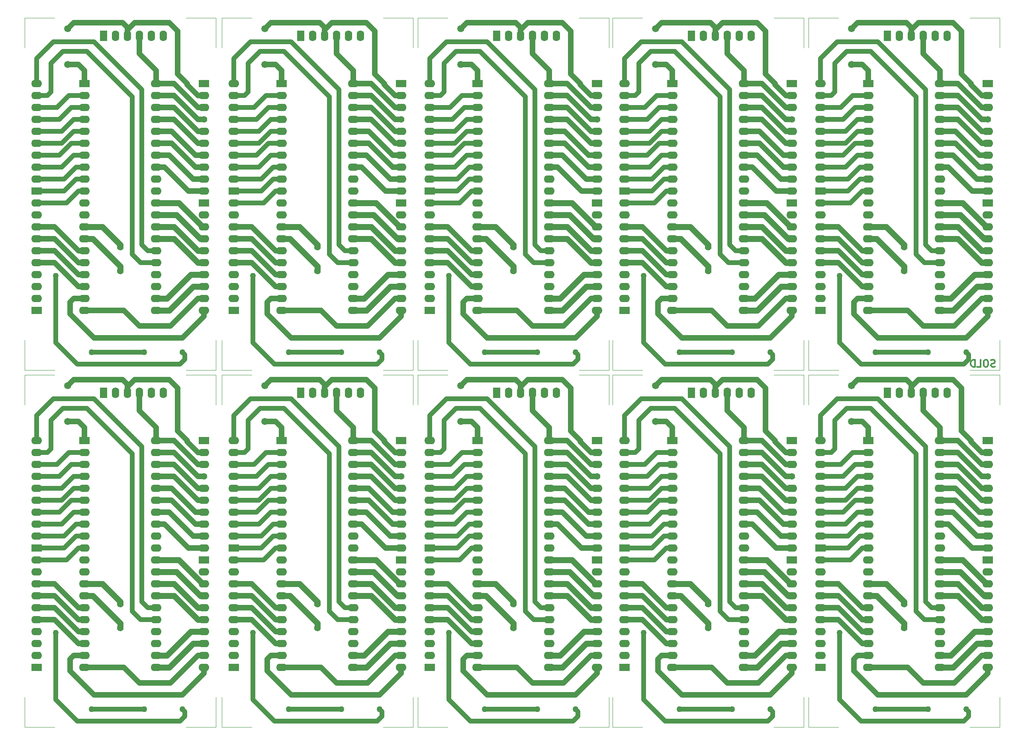
<source format=gbl>
G04 (created by PCBNEW (2013-07-07 BZR 4022)-stable) date 3/28/2015 9:54:38 PM*
%MOIN*%
G04 Gerber Fmt 3.4, Leading zero omitted, Abs format*
%FSLAX34Y34*%
G01*
G70*
G90*
G04 APERTURE LIST*
%ADD10C,0.00590551*%
%ADD11C,0.011811*%
%ADD12C,0.00393701*%
%ADD13C,0.0590551*%
%ADD14R,0.062X0.09*%
%ADD15O,0.062X0.09*%
%ADD16R,0.09X0.062*%
%ADD17O,0.09X0.062*%
%ADD18C,0.055*%
%ADD19C,0.056*%
%ADD20C,0.05*%
%ADD21C,0.045*%
%ADD22C,0.04*%
%ADD23C,0.05*%
G04 APERTURE END LIST*
G54D10*
G54D11*
X120912Y-54110D02*
X120828Y-54139D01*
X120687Y-54139D01*
X120631Y-54110D01*
X120603Y-54082D01*
X120574Y-54026D01*
X120574Y-53970D01*
X120603Y-53914D01*
X120631Y-53885D01*
X120687Y-53857D01*
X120799Y-53829D01*
X120856Y-53801D01*
X120884Y-53773D01*
X120912Y-53717D01*
X120912Y-53660D01*
X120884Y-53604D01*
X120856Y-53576D01*
X120799Y-53548D01*
X120659Y-53548D01*
X120574Y-53576D01*
X120209Y-53548D02*
X120096Y-53548D01*
X120040Y-53576D01*
X119984Y-53632D01*
X119956Y-53745D01*
X119956Y-53942D01*
X119984Y-54054D01*
X120040Y-54110D01*
X120096Y-54139D01*
X120209Y-54139D01*
X120265Y-54110D01*
X120321Y-54054D01*
X120349Y-53942D01*
X120349Y-53745D01*
X120321Y-53632D01*
X120265Y-53576D01*
X120209Y-53548D01*
X119421Y-54139D02*
X119703Y-54139D01*
X119703Y-53548D01*
X119225Y-54139D02*
X119225Y-53548D01*
X119084Y-53548D01*
X119000Y-53576D01*
X118943Y-53632D01*
X118915Y-53689D01*
X118887Y-53801D01*
X118887Y-53885D01*
X118915Y-53998D01*
X118943Y-54054D01*
X119000Y-54110D01*
X119084Y-54139D01*
X119225Y-54139D01*
G54D12*
X88900Y-24900D02*
X88900Y-27400D01*
X88900Y-24900D02*
X91400Y-24900D01*
X88900Y-54400D02*
X88900Y-51900D01*
X88900Y-54400D02*
X91400Y-54400D01*
X104900Y-54400D02*
X102400Y-54400D01*
X104900Y-54400D02*
X104900Y-51900D01*
X104900Y-24900D02*
X104900Y-27400D01*
X104900Y-24900D02*
X102400Y-24900D01*
X105300Y-24900D02*
X105300Y-27400D01*
X105300Y-24900D02*
X107800Y-24900D01*
X105300Y-54400D02*
X105300Y-51900D01*
X105300Y-54400D02*
X107800Y-54400D01*
X121300Y-54400D02*
X118800Y-54400D01*
X121300Y-54400D02*
X121300Y-51900D01*
X121300Y-24900D02*
X121300Y-27400D01*
X121300Y-24900D02*
X118800Y-24900D01*
X105300Y-54800D02*
X105300Y-57300D01*
X105300Y-54800D02*
X107800Y-54800D01*
X105300Y-84300D02*
X105300Y-81800D01*
X105300Y-84300D02*
X107800Y-84300D01*
X121300Y-84300D02*
X118800Y-84300D01*
X121300Y-84300D02*
X121300Y-81800D01*
X121300Y-54800D02*
X121300Y-57300D01*
X121300Y-54800D02*
X118800Y-54800D01*
X88900Y-54800D02*
X88900Y-57300D01*
X88900Y-54800D02*
X91400Y-54800D01*
X88900Y-84300D02*
X88900Y-81800D01*
X88900Y-84300D02*
X91400Y-84300D01*
X104900Y-84300D02*
X102400Y-84300D01*
X104900Y-84300D02*
X104900Y-81800D01*
X104900Y-54800D02*
X104900Y-57300D01*
X104900Y-54800D02*
X102400Y-54800D01*
X72600Y-24900D02*
X72600Y-27400D01*
X72600Y-24900D02*
X75100Y-24900D01*
X72600Y-54400D02*
X72600Y-51900D01*
X72600Y-54400D02*
X75100Y-54400D01*
X88600Y-54400D02*
X86100Y-54400D01*
X88600Y-54400D02*
X88600Y-51900D01*
X88600Y-24900D02*
X88600Y-27400D01*
X88600Y-24900D02*
X86100Y-24900D01*
X39700Y-54800D02*
X39700Y-57300D01*
X39700Y-54800D02*
X42200Y-54800D01*
X39700Y-84300D02*
X39700Y-81800D01*
X39700Y-84300D02*
X42200Y-84300D01*
X55700Y-84300D02*
X53200Y-84300D01*
X55700Y-84300D02*
X55700Y-81800D01*
X55700Y-54800D02*
X55700Y-57300D01*
X55700Y-54800D02*
X53200Y-54800D01*
X72600Y-54800D02*
X72600Y-57300D01*
X72600Y-54800D02*
X75100Y-54800D01*
X72600Y-84300D02*
X72600Y-81800D01*
X72600Y-84300D02*
X75100Y-84300D01*
X88600Y-84300D02*
X86100Y-84300D01*
X88600Y-84300D02*
X88600Y-81800D01*
X88600Y-54800D02*
X88600Y-57300D01*
X88600Y-54800D02*
X86100Y-54800D01*
X39700Y-24900D02*
X39700Y-27400D01*
X39700Y-24900D02*
X42200Y-24900D01*
X39700Y-54400D02*
X39700Y-51900D01*
X39700Y-54400D02*
X42200Y-54400D01*
X55700Y-54400D02*
X53200Y-54400D01*
X55700Y-54400D02*
X55700Y-51900D01*
X55700Y-24900D02*
X55700Y-27400D01*
X55700Y-24900D02*
X53200Y-24900D01*
X56200Y-54800D02*
X56200Y-57300D01*
X56200Y-54800D02*
X58700Y-54800D01*
X56200Y-84300D02*
X56200Y-81800D01*
X56200Y-84300D02*
X58700Y-84300D01*
X72200Y-84300D02*
X69700Y-84300D01*
X72200Y-84300D02*
X72200Y-81800D01*
X72200Y-54800D02*
X72200Y-57300D01*
X72200Y-54800D02*
X69700Y-54800D01*
X56200Y-24900D02*
X56200Y-27400D01*
X56200Y-24900D02*
X58700Y-24900D01*
X56200Y-54400D02*
X56200Y-51900D01*
X56200Y-54400D02*
X58700Y-54400D01*
X72200Y-54400D02*
X69700Y-54400D01*
X72200Y-54400D02*
X72200Y-51900D01*
X72200Y-24900D02*
X72200Y-27400D01*
X72200Y-24900D02*
X69700Y-24900D01*
G54D13*
X92496Y-28800D03*
X92500Y-25804D03*
G54D14*
X95500Y-26400D03*
G54D15*
X96500Y-26400D03*
X97500Y-26400D03*
X98500Y-26400D03*
X99500Y-26400D03*
X100500Y-26400D03*
G54D16*
X89900Y-39400D03*
G54D17*
X89900Y-38400D03*
X89900Y-37400D03*
X89900Y-36400D03*
X89900Y-35400D03*
X89900Y-34400D03*
X89900Y-33400D03*
X89900Y-32400D03*
X89900Y-31400D03*
X89900Y-30400D03*
G54D16*
X89900Y-49400D03*
G54D17*
X89900Y-48400D03*
X89900Y-47400D03*
X89900Y-46400D03*
X89900Y-45400D03*
X89900Y-44400D03*
X89900Y-43400D03*
X89900Y-42400D03*
X89900Y-41400D03*
X89900Y-40400D03*
G54D16*
X103900Y-40400D03*
G54D17*
X103900Y-41400D03*
X103900Y-42400D03*
X103900Y-43400D03*
X103900Y-44400D03*
X103900Y-45400D03*
X103900Y-46400D03*
X103900Y-47400D03*
X103900Y-48400D03*
X103900Y-49400D03*
G54D16*
X103900Y-30400D03*
G54D17*
X103900Y-31400D03*
X103900Y-32400D03*
G54D18*
X103900Y-33400D03*
G54D17*
X103900Y-34400D03*
X103900Y-35400D03*
X103900Y-36400D03*
X103900Y-37400D03*
X103900Y-38400D03*
X103900Y-39400D03*
G54D19*
X96900Y-46100D03*
X96900Y-44100D03*
G54D16*
X93900Y-30400D03*
G54D17*
X93900Y-31400D03*
X93900Y-32400D03*
X93900Y-33400D03*
X93900Y-34400D03*
X93900Y-35400D03*
X93900Y-36400D03*
X93900Y-37400D03*
X93900Y-38400D03*
X93900Y-39400D03*
X93900Y-40400D03*
X93900Y-41400D03*
X93900Y-42400D03*
X93900Y-43400D03*
X93900Y-44400D03*
X93900Y-45400D03*
X93900Y-46400D03*
X93900Y-47400D03*
X93900Y-48400D03*
X93900Y-49400D03*
X99900Y-49400D03*
X99900Y-48400D03*
X99900Y-47400D03*
X99900Y-46400D03*
X99900Y-45400D03*
X99900Y-44400D03*
X99900Y-43400D03*
X99900Y-42400D03*
X99900Y-41400D03*
X99900Y-40400D03*
X99900Y-39400D03*
X99900Y-38400D03*
X99900Y-37400D03*
X99900Y-36400D03*
X99900Y-35400D03*
X99900Y-34400D03*
X99900Y-33400D03*
X99900Y-32400D03*
X99900Y-31400D03*
X99900Y-30400D03*
G54D13*
X108896Y-28800D03*
X108900Y-25804D03*
G54D14*
X111900Y-26400D03*
G54D15*
X112900Y-26400D03*
X113900Y-26400D03*
X114900Y-26400D03*
X115900Y-26400D03*
X116900Y-26400D03*
G54D16*
X106300Y-39400D03*
G54D17*
X106300Y-38400D03*
X106300Y-37400D03*
X106300Y-36400D03*
X106300Y-35400D03*
X106300Y-34400D03*
X106300Y-33400D03*
X106300Y-32400D03*
X106300Y-31400D03*
X106300Y-30400D03*
G54D16*
X106300Y-49400D03*
G54D17*
X106300Y-48400D03*
X106300Y-47400D03*
X106300Y-46400D03*
X106300Y-45400D03*
X106300Y-44400D03*
X106300Y-43400D03*
X106300Y-42400D03*
X106300Y-41400D03*
X106300Y-40400D03*
G54D16*
X120300Y-40400D03*
G54D17*
X120300Y-41400D03*
X120300Y-42400D03*
X120300Y-43400D03*
X120300Y-44400D03*
X120300Y-45400D03*
X120300Y-46400D03*
X120300Y-47400D03*
X120300Y-48400D03*
X120300Y-49400D03*
G54D16*
X120300Y-30400D03*
G54D17*
X120300Y-31400D03*
X120300Y-32400D03*
G54D18*
X120300Y-33400D03*
G54D17*
X120300Y-34400D03*
X120300Y-35400D03*
X120300Y-36400D03*
X120300Y-37400D03*
X120300Y-38400D03*
X120300Y-39400D03*
G54D19*
X113300Y-46100D03*
X113300Y-44100D03*
G54D16*
X110300Y-30400D03*
G54D17*
X110300Y-31400D03*
X110300Y-32400D03*
X110300Y-33400D03*
X110300Y-34400D03*
X110300Y-35400D03*
X110300Y-36400D03*
X110300Y-37400D03*
X110300Y-38400D03*
X110300Y-39400D03*
X110300Y-40400D03*
X110300Y-41400D03*
X110300Y-42400D03*
X110300Y-43400D03*
X110300Y-44400D03*
X110300Y-45400D03*
X110300Y-46400D03*
X110300Y-47400D03*
X110300Y-48400D03*
X110300Y-49400D03*
X116300Y-49400D03*
X116300Y-48400D03*
X116300Y-47400D03*
X116300Y-46400D03*
X116300Y-45400D03*
X116300Y-44400D03*
X116300Y-43400D03*
X116300Y-42400D03*
X116300Y-41400D03*
X116300Y-40400D03*
X116300Y-39400D03*
X116300Y-38400D03*
X116300Y-37400D03*
X116300Y-36400D03*
X116300Y-35400D03*
X116300Y-34400D03*
X116300Y-33400D03*
X116300Y-32400D03*
X116300Y-31400D03*
X116300Y-30400D03*
G54D13*
X108896Y-58700D03*
X108900Y-55704D03*
G54D14*
X111900Y-56300D03*
G54D15*
X112900Y-56300D03*
X113900Y-56300D03*
X114900Y-56300D03*
X115900Y-56300D03*
X116900Y-56300D03*
G54D16*
X106300Y-69300D03*
G54D17*
X106300Y-68300D03*
X106300Y-67300D03*
X106300Y-66300D03*
X106300Y-65300D03*
X106300Y-64300D03*
X106300Y-63300D03*
X106300Y-62300D03*
X106300Y-61300D03*
X106300Y-60300D03*
G54D16*
X106300Y-79300D03*
G54D17*
X106300Y-78300D03*
X106300Y-77300D03*
X106300Y-76300D03*
X106300Y-75300D03*
X106300Y-74300D03*
X106300Y-73300D03*
X106300Y-72300D03*
X106300Y-71300D03*
X106300Y-70300D03*
G54D16*
X120300Y-70300D03*
G54D17*
X120300Y-71300D03*
X120300Y-72300D03*
X120300Y-73300D03*
X120300Y-74300D03*
X120300Y-75300D03*
X120300Y-76300D03*
X120300Y-77300D03*
X120300Y-78300D03*
X120300Y-79300D03*
G54D16*
X120300Y-60300D03*
G54D17*
X120300Y-61300D03*
X120300Y-62300D03*
G54D18*
X120300Y-63300D03*
G54D17*
X120300Y-64300D03*
X120300Y-65300D03*
X120300Y-66300D03*
X120300Y-67300D03*
X120300Y-68300D03*
X120300Y-69300D03*
G54D19*
X113300Y-76000D03*
X113300Y-74000D03*
G54D16*
X110300Y-60300D03*
G54D17*
X110300Y-61300D03*
X110300Y-62300D03*
X110300Y-63300D03*
X110300Y-64300D03*
X110300Y-65300D03*
X110300Y-66300D03*
X110300Y-67300D03*
X110300Y-68300D03*
X110300Y-69300D03*
X110300Y-70300D03*
X110300Y-71300D03*
X110300Y-72300D03*
X110300Y-73300D03*
X110300Y-74300D03*
X110300Y-75300D03*
X110300Y-76300D03*
X110300Y-77300D03*
X110300Y-78300D03*
X110300Y-79300D03*
X116300Y-79300D03*
X116300Y-78300D03*
X116300Y-77300D03*
X116300Y-76300D03*
X116300Y-75300D03*
X116300Y-74300D03*
X116300Y-73300D03*
X116300Y-72300D03*
X116300Y-71300D03*
X116300Y-70300D03*
X116300Y-69300D03*
X116300Y-68300D03*
X116300Y-67300D03*
X116300Y-66300D03*
X116300Y-65300D03*
X116300Y-64300D03*
X116300Y-63300D03*
X116300Y-62300D03*
X116300Y-61300D03*
X116300Y-60300D03*
G54D13*
X92496Y-58700D03*
X92500Y-55704D03*
G54D14*
X95500Y-56300D03*
G54D15*
X96500Y-56300D03*
X97500Y-56300D03*
X98500Y-56300D03*
X99500Y-56300D03*
X100500Y-56300D03*
G54D16*
X89900Y-69300D03*
G54D17*
X89900Y-68300D03*
X89900Y-67300D03*
X89900Y-66300D03*
X89900Y-65300D03*
X89900Y-64300D03*
X89900Y-63300D03*
X89900Y-62300D03*
X89900Y-61300D03*
X89900Y-60300D03*
G54D16*
X89900Y-79300D03*
G54D17*
X89900Y-78300D03*
X89900Y-77300D03*
X89900Y-76300D03*
X89900Y-75300D03*
X89900Y-74300D03*
X89900Y-73300D03*
X89900Y-72300D03*
X89900Y-71300D03*
X89900Y-70300D03*
G54D16*
X103900Y-70300D03*
G54D17*
X103900Y-71300D03*
X103900Y-72300D03*
X103900Y-73300D03*
X103900Y-74300D03*
X103900Y-75300D03*
X103900Y-76300D03*
X103900Y-77300D03*
X103900Y-78300D03*
X103900Y-79300D03*
G54D16*
X103900Y-60300D03*
G54D17*
X103900Y-61300D03*
X103900Y-62300D03*
G54D18*
X103900Y-63300D03*
G54D17*
X103900Y-64300D03*
X103900Y-65300D03*
X103900Y-66300D03*
X103900Y-67300D03*
X103900Y-68300D03*
X103900Y-69300D03*
G54D19*
X96900Y-76000D03*
X96900Y-74000D03*
G54D16*
X93900Y-60300D03*
G54D17*
X93900Y-61300D03*
X93900Y-62300D03*
X93900Y-63300D03*
X93900Y-64300D03*
X93900Y-65300D03*
X93900Y-66300D03*
X93900Y-67300D03*
X93900Y-68300D03*
X93900Y-69300D03*
X93900Y-70300D03*
X93900Y-71300D03*
X93900Y-72300D03*
X93900Y-73300D03*
X93900Y-74300D03*
X93900Y-75300D03*
X93900Y-76300D03*
X93900Y-77300D03*
X93900Y-78300D03*
X93900Y-79300D03*
X99900Y-79300D03*
X99900Y-78300D03*
X99900Y-77300D03*
X99900Y-76300D03*
X99900Y-75300D03*
X99900Y-74300D03*
X99900Y-73300D03*
X99900Y-72300D03*
X99900Y-71300D03*
X99900Y-70300D03*
X99900Y-69300D03*
X99900Y-68300D03*
X99900Y-67300D03*
X99900Y-66300D03*
X99900Y-65300D03*
X99900Y-64300D03*
X99900Y-63300D03*
X99900Y-62300D03*
X99900Y-61300D03*
X99900Y-60300D03*
G54D13*
X76196Y-28800D03*
X76200Y-25804D03*
G54D14*
X79200Y-26400D03*
G54D15*
X80200Y-26400D03*
X81200Y-26400D03*
X82200Y-26400D03*
X83200Y-26400D03*
X84200Y-26400D03*
G54D16*
X73600Y-39400D03*
G54D17*
X73600Y-38400D03*
X73600Y-37400D03*
X73600Y-36400D03*
X73600Y-35400D03*
X73600Y-34400D03*
X73600Y-33400D03*
X73600Y-32400D03*
X73600Y-31400D03*
X73600Y-30400D03*
G54D16*
X73600Y-49400D03*
G54D17*
X73600Y-48400D03*
X73600Y-47400D03*
X73600Y-46400D03*
X73600Y-45400D03*
X73600Y-44400D03*
X73600Y-43400D03*
X73600Y-42400D03*
X73600Y-41400D03*
X73600Y-40400D03*
G54D16*
X87600Y-40400D03*
G54D17*
X87600Y-41400D03*
X87600Y-42400D03*
X87600Y-43400D03*
X87600Y-44400D03*
X87600Y-45400D03*
X87600Y-46400D03*
X87600Y-47400D03*
X87600Y-48400D03*
X87600Y-49400D03*
G54D16*
X87600Y-30400D03*
G54D17*
X87600Y-31400D03*
X87600Y-32400D03*
G54D18*
X87600Y-33400D03*
G54D17*
X87600Y-34400D03*
X87600Y-35400D03*
X87600Y-36400D03*
X87600Y-37400D03*
X87600Y-38400D03*
X87600Y-39400D03*
G54D19*
X80600Y-46100D03*
X80600Y-44100D03*
G54D16*
X77600Y-30400D03*
G54D17*
X77600Y-31400D03*
X77600Y-32400D03*
X77600Y-33400D03*
X77600Y-34400D03*
X77600Y-35400D03*
X77600Y-36400D03*
X77600Y-37400D03*
X77600Y-38400D03*
X77600Y-39400D03*
X77600Y-40400D03*
X77600Y-41400D03*
X77600Y-42400D03*
X77600Y-43400D03*
X77600Y-44400D03*
X77600Y-45400D03*
X77600Y-46400D03*
X77600Y-47400D03*
X77600Y-48400D03*
X77600Y-49400D03*
X83600Y-49400D03*
X83600Y-48400D03*
X83600Y-47400D03*
X83600Y-46400D03*
X83600Y-45400D03*
X83600Y-44400D03*
X83600Y-43400D03*
X83600Y-42400D03*
X83600Y-41400D03*
X83600Y-40400D03*
X83600Y-39400D03*
X83600Y-38400D03*
X83600Y-37400D03*
X83600Y-36400D03*
X83600Y-35400D03*
X83600Y-34400D03*
X83600Y-33400D03*
X83600Y-32400D03*
X83600Y-31400D03*
X83600Y-30400D03*
G54D13*
X43296Y-58700D03*
X43300Y-55704D03*
G54D14*
X46300Y-56300D03*
G54D15*
X47300Y-56300D03*
X48300Y-56300D03*
X49300Y-56300D03*
X50300Y-56300D03*
X51300Y-56300D03*
G54D16*
X40700Y-69300D03*
G54D17*
X40700Y-68300D03*
X40700Y-67300D03*
X40700Y-66300D03*
X40700Y-65300D03*
X40700Y-64300D03*
X40700Y-63300D03*
X40700Y-62300D03*
X40700Y-61300D03*
X40700Y-60300D03*
G54D16*
X40700Y-79300D03*
G54D17*
X40700Y-78300D03*
X40700Y-77300D03*
X40700Y-76300D03*
X40700Y-75300D03*
X40700Y-74300D03*
X40700Y-73300D03*
X40700Y-72300D03*
X40700Y-71300D03*
X40700Y-70300D03*
G54D16*
X54700Y-70300D03*
G54D17*
X54700Y-71300D03*
X54700Y-72300D03*
X54700Y-73300D03*
X54700Y-74300D03*
X54700Y-75300D03*
X54700Y-76300D03*
X54700Y-77300D03*
X54700Y-78300D03*
X54700Y-79300D03*
G54D16*
X54700Y-60300D03*
G54D17*
X54700Y-61300D03*
X54700Y-62300D03*
G54D18*
X54700Y-63300D03*
G54D17*
X54700Y-64300D03*
X54700Y-65300D03*
X54700Y-66300D03*
X54700Y-67300D03*
X54700Y-68300D03*
X54700Y-69300D03*
G54D19*
X47700Y-76000D03*
X47700Y-74000D03*
G54D16*
X44700Y-60300D03*
G54D17*
X44700Y-61300D03*
X44700Y-62300D03*
X44700Y-63300D03*
X44700Y-64300D03*
X44700Y-65300D03*
X44700Y-66300D03*
X44700Y-67300D03*
X44700Y-68300D03*
X44700Y-69300D03*
X44700Y-70300D03*
X44700Y-71300D03*
X44700Y-72300D03*
X44700Y-73300D03*
X44700Y-74300D03*
X44700Y-75300D03*
X44700Y-76300D03*
X44700Y-77300D03*
X44700Y-78300D03*
X44700Y-79300D03*
X50700Y-79300D03*
X50700Y-78300D03*
X50700Y-77300D03*
X50700Y-76300D03*
X50700Y-75300D03*
X50700Y-74300D03*
X50700Y-73300D03*
X50700Y-72300D03*
X50700Y-71300D03*
X50700Y-70300D03*
X50700Y-69300D03*
X50700Y-68300D03*
X50700Y-67300D03*
X50700Y-66300D03*
X50700Y-65300D03*
X50700Y-64300D03*
X50700Y-63300D03*
X50700Y-62300D03*
X50700Y-61300D03*
X50700Y-60300D03*
G54D13*
X76196Y-58700D03*
X76200Y-55704D03*
G54D14*
X79200Y-56300D03*
G54D15*
X80200Y-56300D03*
X81200Y-56300D03*
X82200Y-56300D03*
X83200Y-56300D03*
X84200Y-56300D03*
G54D16*
X73600Y-69300D03*
G54D17*
X73600Y-68300D03*
X73600Y-67300D03*
X73600Y-66300D03*
X73600Y-65300D03*
X73600Y-64300D03*
X73600Y-63300D03*
X73600Y-62300D03*
X73600Y-61300D03*
X73600Y-60300D03*
G54D16*
X73600Y-79300D03*
G54D17*
X73600Y-78300D03*
X73600Y-77300D03*
X73600Y-76300D03*
X73600Y-75300D03*
X73600Y-74300D03*
X73600Y-73300D03*
X73600Y-72300D03*
X73600Y-71300D03*
X73600Y-70300D03*
G54D16*
X87600Y-70300D03*
G54D17*
X87600Y-71300D03*
X87600Y-72300D03*
X87600Y-73300D03*
X87600Y-74300D03*
X87600Y-75300D03*
X87600Y-76300D03*
X87600Y-77300D03*
X87600Y-78300D03*
X87600Y-79300D03*
G54D16*
X87600Y-60300D03*
G54D17*
X87600Y-61300D03*
X87600Y-62300D03*
G54D18*
X87600Y-63300D03*
G54D17*
X87600Y-64300D03*
X87600Y-65300D03*
X87600Y-66300D03*
X87600Y-67300D03*
X87600Y-68300D03*
X87600Y-69300D03*
G54D19*
X80600Y-76000D03*
X80600Y-74000D03*
G54D16*
X77600Y-60300D03*
G54D17*
X77600Y-61300D03*
X77600Y-62300D03*
X77600Y-63300D03*
X77600Y-64300D03*
X77600Y-65300D03*
X77600Y-66300D03*
X77600Y-67300D03*
X77600Y-68300D03*
X77600Y-69300D03*
X77600Y-70300D03*
X77600Y-71300D03*
X77600Y-72300D03*
X77600Y-73300D03*
X77600Y-74300D03*
X77600Y-75300D03*
X77600Y-76300D03*
X77600Y-77300D03*
X77600Y-78300D03*
X77600Y-79300D03*
X83600Y-79300D03*
X83600Y-78300D03*
X83600Y-77300D03*
X83600Y-76300D03*
X83600Y-75300D03*
X83600Y-74300D03*
X83600Y-73300D03*
X83600Y-72300D03*
X83600Y-71300D03*
X83600Y-70300D03*
X83600Y-69300D03*
X83600Y-68300D03*
X83600Y-67300D03*
X83600Y-66300D03*
X83600Y-65300D03*
X83600Y-64300D03*
X83600Y-63300D03*
X83600Y-62300D03*
X83600Y-61300D03*
X83600Y-60300D03*
G54D13*
X43296Y-28800D03*
X43300Y-25804D03*
G54D14*
X46300Y-26400D03*
G54D15*
X47300Y-26400D03*
X48300Y-26400D03*
X49300Y-26400D03*
X50300Y-26400D03*
X51300Y-26400D03*
G54D16*
X40700Y-39400D03*
G54D17*
X40700Y-38400D03*
X40700Y-37400D03*
X40700Y-36400D03*
X40700Y-35400D03*
X40700Y-34400D03*
X40700Y-33400D03*
X40700Y-32400D03*
X40700Y-31400D03*
X40700Y-30400D03*
G54D16*
X40700Y-49400D03*
G54D17*
X40700Y-48400D03*
X40700Y-47400D03*
X40700Y-46400D03*
X40700Y-45400D03*
X40700Y-44400D03*
X40700Y-43400D03*
X40700Y-42400D03*
X40700Y-41400D03*
X40700Y-40400D03*
G54D16*
X54700Y-40400D03*
G54D17*
X54700Y-41400D03*
X54700Y-42400D03*
X54700Y-43400D03*
X54700Y-44400D03*
X54700Y-45400D03*
X54700Y-46400D03*
X54700Y-47400D03*
X54700Y-48400D03*
X54700Y-49400D03*
G54D16*
X54700Y-30400D03*
G54D17*
X54700Y-31400D03*
X54700Y-32400D03*
G54D18*
X54700Y-33400D03*
G54D17*
X54700Y-34400D03*
X54700Y-35400D03*
X54700Y-36400D03*
X54700Y-37400D03*
X54700Y-38400D03*
X54700Y-39400D03*
G54D19*
X47700Y-46100D03*
X47700Y-44100D03*
G54D16*
X44700Y-30400D03*
G54D17*
X44700Y-31400D03*
X44700Y-32400D03*
X44700Y-33400D03*
X44700Y-34400D03*
X44700Y-35400D03*
X44700Y-36400D03*
X44700Y-37400D03*
X44700Y-38400D03*
X44700Y-39400D03*
X44700Y-40400D03*
X44700Y-41400D03*
X44700Y-42400D03*
X44700Y-43400D03*
X44700Y-44400D03*
X44700Y-45400D03*
X44700Y-46400D03*
X44700Y-47400D03*
X44700Y-48400D03*
X44700Y-49400D03*
X50700Y-49400D03*
X50700Y-48400D03*
X50700Y-47400D03*
X50700Y-46400D03*
X50700Y-45400D03*
X50700Y-44400D03*
X50700Y-43400D03*
X50700Y-42400D03*
X50700Y-41400D03*
X50700Y-40400D03*
X50700Y-39400D03*
X50700Y-38400D03*
X50700Y-37400D03*
X50700Y-36400D03*
X50700Y-35400D03*
X50700Y-34400D03*
X50700Y-33400D03*
X50700Y-32400D03*
X50700Y-31400D03*
X50700Y-30400D03*
G54D13*
X59796Y-58700D03*
X59800Y-55704D03*
G54D14*
X62800Y-56300D03*
G54D15*
X63800Y-56300D03*
X64800Y-56300D03*
X65800Y-56300D03*
X66800Y-56300D03*
X67800Y-56300D03*
G54D16*
X57200Y-69300D03*
G54D17*
X57200Y-68300D03*
X57200Y-67300D03*
X57200Y-66300D03*
X57200Y-65300D03*
X57200Y-64300D03*
X57200Y-63300D03*
X57200Y-62300D03*
X57200Y-61300D03*
X57200Y-60300D03*
G54D16*
X57200Y-79300D03*
G54D17*
X57200Y-78300D03*
X57200Y-77300D03*
X57200Y-76300D03*
X57200Y-75300D03*
X57200Y-74300D03*
X57200Y-73300D03*
X57200Y-72300D03*
X57200Y-71300D03*
X57200Y-70300D03*
G54D16*
X71200Y-70300D03*
G54D17*
X71200Y-71300D03*
X71200Y-72300D03*
X71200Y-73300D03*
X71200Y-74300D03*
X71200Y-75300D03*
X71200Y-76300D03*
X71200Y-77300D03*
X71200Y-78300D03*
X71200Y-79300D03*
G54D16*
X71200Y-60300D03*
G54D17*
X71200Y-61300D03*
X71200Y-62300D03*
G54D18*
X71200Y-63300D03*
G54D17*
X71200Y-64300D03*
X71200Y-65300D03*
X71200Y-66300D03*
X71200Y-67300D03*
X71200Y-68300D03*
X71200Y-69300D03*
G54D19*
X64200Y-76000D03*
X64200Y-74000D03*
G54D16*
X61200Y-60300D03*
G54D17*
X61200Y-61300D03*
X61200Y-62300D03*
X61200Y-63300D03*
X61200Y-64300D03*
X61200Y-65300D03*
X61200Y-66300D03*
X61200Y-67300D03*
X61200Y-68300D03*
X61200Y-69300D03*
X61200Y-70300D03*
X61200Y-71300D03*
X61200Y-72300D03*
X61200Y-73300D03*
X61200Y-74300D03*
X61200Y-75300D03*
X61200Y-76300D03*
X61200Y-77300D03*
X61200Y-78300D03*
X61200Y-79300D03*
X67200Y-79300D03*
X67200Y-78300D03*
X67200Y-77300D03*
X67200Y-76300D03*
X67200Y-75300D03*
X67200Y-74300D03*
X67200Y-73300D03*
X67200Y-72300D03*
X67200Y-71300D03*
X67200Y-70300D03*
X67200Y-69300D03*
X67200Y-68300D03*
X67200Y-67300D03*
X67200Y-66300D03*
X67200Y-65300D03*
X67200Y-64300D03*
X67200Y-63300D03*
X67200Y-62300D03*
X67200Y-61300D03*
X67200Y-60300D03*
G54D13*
X59796Y-28800D03*
X59800Y-25804D03*
G54D14*
X62800Y-26400D03*
G54D15*
X63800Y-26400D03*
X64800Y-26400D03*
X65800Y-26400D03*
X66800Y-26400D03*
X67800Y-26400D03*
G54D16*
X57200Y-39400D03*
G54D17*
X57200Y-38400D03*
X57200Y-37400D03*
X57200Y-36400D03*
X57200Y-35400D03*
X57200Y-34400D03*
X57200Y-33400D03*
X57200Y-32400D03*
X57200Y-31400D03*
X57200Y-30400D03*
G54D16*
X57200Y-49400D03*
G54D17*
X57200Y-48400D03*
X57200Y-47400D03*
X57200Y-46400D03*
X57200Y-45400D03*
X57200Y-44400D03*
X57200Y-43400D03*
X57200Y-42400D03*
X57200Y-41400D03*
X57200Y-40400D03*
G54D16*
X71200Y-40400D03*
G54D17*
X71200Y-41400D03*
X71200Y-42400D03*
X71200Y-43400D03*
X71200Y-44400D03*
X71200Y-45400D03*
X71200Y-46400D03*
X71200Y-47400D03*
X71200Y-48400D03*
X71200Y-49400D03*
G54D16*
X71200Y-30400D03*
G54D17*
X71200Y-31400D03*
X71200Y-32400D03*
G54D18*
X71200Y-33400D03*
G54D17*
X71200Y-34400D03*
X71200Y-35400D03*
X71200Y-36400D03*
X71200Y-37400D03*
X71200Y-38400D03*
X71200Y-39400D03*
G54D19*
X64200Y-46100D03*
X64200Y-44100D03*
G54D16*
X61200Y-30400D03*
G54D17*
X61200Y-31400D03*
X61200Y-32400D03*
X61200Y-33400D03*
X61200Y-34400D03*
X61200Y-35400D03*
X61200Y-36400D03*
X61200Y-37400D03*
X61200Y-38400D03*
X61200Y-39400D03*
X61200Y-40400D03*
X61200Y-41400D03*
X61200Y-42400D03*
X61200Y-43400D03*
X61200Y-44400D03*
X61200Y-45400D03*
X61200Y-46400D03*
X61200Y-47400D03*
X61200Y-48400D03*
X61200Y-49400D03*
X67200Y-49400D03*
X67200Y-48400D03*
X67200Y-47400D03*
X67200Y-46400D03*
X67200Y-45400D03*
X67200Y-44400D03*
X67200Y-43400D03*
X67200Y-42400D03*
X67200Y-41400D03*
X67200Y-40400D03*
X67200Y-39400D03*
X67200Y-38400D03*
X67200Y-37400D03*
X67200Y-36400D03*
X67200Y-35400D03*
X67200Y-34400D03*
X67200Y-33400D03*
X67200Y-32400D03*
X67200Y-31400D03*
X67200Y-30400D03*
G54D20*
X91500Y-46500D03*
X102100Y-52900D03*
X107900Y-46500D03*
X118500Y-52900D03*
X107900Y-76400D03*
X118500Y-82800D03*
X91500Y-76400D03*
X102100Y-82800D03*
X75200Y-46500D03*
X85800Y-52900D03*
X42300Y-76400D03*
X52900Y-82800D03*
X75200Y-76400D03*
X85800Y-82800D03*
X42300Y-46500D03*
X52900Y-52900D03*
X58800Y-76400D03*
X69400Y-82800D03*
X58800Y-46500D03*
X69400Y-52900D03*
X98900Y-52900D03*
X94500Y-52900D03*
X115300Y-52900D03*
X110900Y-52900D03*
X115300Y-82800D03*
X110900Y-82800D03*
X98900Y-82800D03*
X94500Y-82800D03*
X82600Y-52900D03*
X78200Y-52900D03*
X49700Y-82800D03*
X45300Y-82800D03*
X82600Y-82800D03*
X78200Y-82800D03*
X49700Y-52900D03*
X45300Y-52900D03*
X66200Y-82800D03*
X61800Y-82800D03*
X66200Y-52900D03*
X61800Y-52900D03*
G54D21*
X99900Y-31400D02*
X101400Y-31400D01*
X101400Y-31400D02*
X103400Y-33400D01*
X103400Y-33400D02*
X103900Y-33400D01*
X116300Y-31400D02*
X117800Y-31400D01*
X117800Y-31400D02*
X119800Y-33400D01*
X119800Y-33400D02*
X120300Y-33400D01*
X116300Y-61300D02*
X117800Y-61300D01*
X117800Y-61300D02*
X119800Y-63300D01*
X119800Y-63300D02*
X120300Y-63300D01*
X99900Y-61300D02*
X101400Y-61300D01*
X101400Y-61300D02*
X103400Y-63300D01*
X103400Y-63300D02*
X103900Y-63300D01*
X83600Y-31400D02*
X85100Y-31400D01*
X85100Y-31400D02*
X87100Y-33400D01*
X87100Y-33400D02*
X87600Y-33400D01*
X50700Y-61300D02*
X52200Y-61300D01*
X52200Y-61300D02*
X54200Y-63300D01*
X54200Y-63300D02*
X54700Y-63300D01*
X83600Y-61300D02*
X85100Y-61300D01*
X85100Y-61300D02*
X87100Y-63300D01*
X87100Y-63300D02*
X87600Y-63300D01*
X50700Y-31400D02*
X52200Y-31400D01*
X52200Y-31400D02*
X54200Y-33400D01*
X54200Y-33400D02*
X54700Y-33400D01*
X67200Y-61300D02*
X68700Y-61300D01*
X68700Y-61300D02*
X70700Y-63300D01*
X70700Y-63300D02*
X71200Y-63300D01*
X67200Y-31400D02*
X68700Y-31400D01*
X68700Y-31400D02*
X70700Y-33400D01*
X70700Y-33400D02*
X71200Y-33400D01*
X99900Y-30400D02*
X99900Y-29300D01*
X99900Y-29300D02*
X98500Y-27900D01*
X98500Y-27900D02*
X98500Y-26400D01*
X99400Y-28800D02*
X99900Y-29300D01*
X99900Y-30400D02*
X101400Y-30400D01*
X101400Y-30400D02*
X103400Y-32400D01*
X103400Y-32400D02*
X103900Y-32400D01*
X116300Y-30400D02*
X116300Y-29300D01*
X116300Y-29300D02*
X114900Y-27900D01*
X114900Y-27900D02*
X114900Y-26400D01*
X115800Y-28800D02*
X116300Y-29300D01*
X116300Y-30400D02*
X117800Y-30400D01*
X117800Y-30400D02*
X119800Y-32400D01*
X119800Y-32400D02*
X120300Y-32400D01*
X116300Y-60300D02*
X116300Y-59200D01*
X116300Y-59200D02*
X114900Y-57800D01*
X114900Y-57800D02*
X114900Y-56300D01*
X115800Y-58700D02*
X116300Y-59200D01*
X116300Y-60300D02*
X117800Y-60300D01*
X117800Y-60300D02*
X119800Y-62300D01*
X119800Y-62300D02*
X120300Y-62300D01*
X99900Y-60300D02*
X99900Y-59200D01*
X99900Y-59200D02*
X98500Y-57800D01*
X98500Y-57800D02*
X98500Y-56300D01*
X99400Y-58700D02*
X99900Y-59200D01*
X99900Y-60300D02*
X101400Y-60300D01*
X101400Y-60300D02*
X103400Y-62300D01*
X103400Y-62300D02*
X103900Y-62300D01*
X83600Y-30400D02*
X83600Y-29300D01*
X83600Y-29300D02*
X82200Y-27900D01*
X82200Y-27900D02*
X82200Y-26400D01*
X83100Y-28800D02*
X83600Y-29300D01*
X83600Y-30400D02*
X85100Y-30400D01*
X85100Y-30400D02*
X87100Y-32400D01*
X87100Y-32400D02*
X87600Y-32400D01*
X50700Y-60300D02*
X50700Y-59200D01*
X50700Y-59200D02*
X49300Y-57800D01*
X49300Y-57800D02*
X49300Y-56300D01*
X50200Y-58700D02*
X50700Y-59200D01*
X50700Y-60300D02*
X52200Y-60300D01*
X52200Y-60300D02*
X54200Y-62300D01*
X54200Y-62300D02*
X54700Y-62300D01*
X83600Y-60300D02*
X83600Y-59200D01*
X83600Y-59200D02*
X82200Y-57800D01*
X82200Y-57800D02*
X82200Y-56300D01*
X83100Y-58700D02*
X83600Y-59200D01*
X83600Y-60300D02*
X85100Y-60300D01*
X85100Y-60300D02*
X87100Y-62300D01*
X87100Y-62300D02*
X87600Y-62300D01*
X50700Y-30400D02*
X50700Y-29300D01*
X50700Y-29300D02*
X49300Y-27900D01*
X49300Y-27900D02*
X49300Y-26400D01*
X50200Y-28800D02*
X50700Y-29300D01*
X50700Y-30400D02*
X52200Y-30400D01*
X52200Y-30400D02*
X54200Y-32400D01*
X54200Y-32400D02*
X54700Y-32400D01*
X67200Y-60300D02*
X67200Y-59200D01*
X67200Y-59200D02*
X65800Y-57800D01*
X65800Y-57800D02*
X65800Y-56300D01*
X66700Y-58700D02*
X67200Y-59200D01*
X67200Y-60300D02*
X68700Y-60300D01*
X68700Y-60300D02*
X70700Y-62300D01*
X70700Y-62300D02*
X71200Y-62300D01*
X67200Y-30400D02*
X67200Y-29300D01*
X67200Y-29300D02*
X65800Y-27900D01*
X65800Y-27900D02*
X65800Y-26400D01*
X66700Y-28800D02*
X67200Y-29300D01*
X67200Y-30400D02*
X68700Y-30400D01*
X68700Y-30400D02*
X70700Y-32400D01*
X70700Y-32400D02*
X71200Y-32400D01*
X92496Y-28800D02*
X93400Y-28800D01*
X93400Y-28800D02*
X93900Y-29300D01*
X93900Y-29300D02*
X93900Y-30400D01*
G54D22*
X93900Y-30400D02*
X93900Y-29300D01*
X93900Y-29300D02*
X93400Y-28800D01*
G54D21*
X108896Y-28800D02*
X109800Y-28800D01*
X109800Y-28800D02*
X110300Y-29300D01*
X110300Y-29300D02*
X110300Y-30400D01*
G54D22*
X110300Y-30400D02*
X110300Y-29300D01*
X110300Y-29300D02*
X109800Y-28800D01*
G54D21*
X108896Y-58700D02*
X109800Y-58700D01*
X109800Y-58700D02*
X110300Y-59200D01*
X110300Y-59200D02*
X110300Y-60300D01*
G54D22*
X110300Y-60300D02*
X110300Y-59200D01*
X110300Y-59200D02*
X109800Y-58700D01*
G54D21*
X92496Y-58700D02*
X93400Y-58700D01*
X93400Y-58700D02*
X93900Y-59200D01*
X93900Y-59200D02*
X93900Y-60300D01*
G54D22*
X93900Y-60300D02*
X93900Y-59200D01*
X93900Y-59200D02*
X93400Y-58700D01*
G54D21*
X76196Y-28800D02*
X77100Y-28800D01*
X77100Y-28800D02*
X77600Y-29300D01*
X77600Y-29300D02*
X77600Y-30400D01*
G54D22*
X77600Y-30400D02*
X77600Y-29300D01*
X77600Y-29300D02*
X77100Y-28800D01*
G54D21*
X43296Y-58700D02*
X44200Y-58700D01*
X44200Y-58700D02*
X44700Y-59200D01*
X44700Y-59200D02*
X44700Y-60300D01*
G54D22*
X44700Y-60300D02*
X44700Y-59200D01*
X44700Y-59200D02*
X44200Y-58700D01*
G54D21*
X76196Y-58700D02*
X77100Y-58700D01*
X77100Y-58700D02*
X77600Y-59200D01*
X77600Y-59200D02*
X77600Y-60300D01*
G54D22*
X77600Y-60300D02*
X77600Y-59200D01*
X77600Y-59200D02*
X77100Y-58700D01*
G54D21*
X43296Y-28800D02*
X44200Y-28800D01*
X44200Y-28800D02*
X44700Y-29300D01*
X44700Y-29300D02*
X44700Y-30400D01*
G54D22*
X44700Y-30400D02*
X44700Y-29300D01*
X44700Y-29300D02*
X44200Y-28800D01*
G54D21*
X59796Y-58700D02*
X60700Y-58700D01*
X60700Y-58700D02*
X61200Y-59200D01*
X61200Y-59200D02*
X61200Y-60300D01*
G54D22*
X61200Y-60300D02*
X61200Y-59200D01*
X61200Y-59200D02*
X60700Y-58700D01*
G54D21*
X59796Y-28800D02*
X60700Y-28800D01*
X60700Y-28800D02*
X61200Y-29300D01*
X61200Y-29300D02*
X61200Y-30400D01*
G54D22*
X61200Y-30400D02*
X61200Y-29300D01*
X61200Y-29300D02*
X60700Y-28800D01*
X93400Y-39400D02*
X93900Y-39400D01*
X89900Y-40400D02*
X92400Y-40400D01*
X92400Y-40400D02*
X93400Y-39400D01*
X109800Y-39400D02*
X110300Y-39400D01*
X106300Y-40400D02*
X108800Y-40400D01*
X108800Y-40400D02*
X109800Y-39400D01*
X109800Y-69300D02*
X110300Y-69300D01*
X106300Y-70300D02*
X108800Y-70300D01*
X108800Y-70300D02*
X109800Y-69300D01*
X93400Y-69300D02*
X93900Y-69300D01*
X89900Y-70300D02*
X92400Y-70300D01*
X92400Y-70300D02*
X93400Y-69300D01*
X77100Y-39400D02*
X77600Y-39400D01*
X73600Y-40400D02*
X76100Y-40400D01*
X76100Y-40400D02*
X77100Y-39400D01*
X44200Y-69300D02*
X44700Y-69300D01*
X40700Y-70300D02*
X43200Y-70300D01*
X43200Y-70300D02*
X44200Y-69300D01*
X77100Y-69300D02*
X77600Y-69300D01*
X73600Y-70300D02*
X76100Y-70300D01*
X76100Y-70300D02*
X77100Y-69300D01*
X44200Y-39400D02*
X44700Y-39400D01*
X40700Y-40400D02*
X43200Y-40400D01*
X43200Y-40400D02*
X44200Y-39400D01*
X60700Y-69300D02*
X61200Y-69300D01*
X57200Y-70300D02*
X59700Y-70300D01*
X59700Y-70300D02*
X60700Y-69300D01*
X60700Y-39400D02*
X61200Y-39400D01*
X57200Y-40400D02*
X59700Y-40400D01*
X59700Y-40400D02*
X60700Y-39400D01*
X99200Y-44400D02*
X99900Y-44400D01*
X98700Y-43900D02*
X99200Y-44400D01*
X98700Y-30900D02*
X98700Y-43900D01*
X94700Y-26900D02*
X98700Y-30900D01*
X91300Y-26900D02*
X94700Y-26900D01*
X89900Y-30400D02*
X89900Y-28300D01*
X89900Y-28300D02*
X91300Y-26900D01*
X115600Y-44400D02*
X116300Y-44400D01*
X115100Y-43900D02*
X115600Y-44400D01*
X115100Y-30900D02*
X115100Y-43900D01*
X111100Y-26900D02*
X115100Y-30900D01*
X107700Y-26900D02*
X111100Y-26900D01*
X106300Y-30400D02*
X106300Y-28300D01*
X106300Y-28300D02*
X107700Y-26900D01*
X115600Y-74300D02*
X116300Y-74300D01*
X115100Y-73800D02*
X115600Y-74300D01*
X115100Y-60800D02*
X115100Y-73800D01*
X111100Y-56800D02*
X115100Y-60800D01*
X107700Y-56800D02*
X111100Y-56800D01*
X106300Y-60300D02*
X106300Y-58200D01*
X106300Y-58200D02*
X107700Y-56800D01*
X99200Y-74300D02*
X99900Y-74300D01*
X98700Y-73800D02*
X99200Y-74300D01*
X98700Y-60800D02*
X98700Y-73800D01*
X94700Y-56800D02*
X98700Y-60800D01*
X91300Y-56800D02*
X94700Y-56800D01*
X89900Y-60300D02*
X89900Y-58200D01*
X89900Y-58200D02*
X91300Y-56800D01*
X82900Y-44400D02*
X83600Y-44400D01*
X82400Y-43900D02*
X82900Y-44400D01*
X82400Y-30900D02*
X82400Y-43900D01*
X78400Y-26900D02*
X82400Y-30900D01*
X75000Y-26900D02*
X78400Y-26900D01*
X73600Y-30400D02*
X73600Y-28300D01*
X73600Y-28300D02*
X75000Y-26900D01*
X50000Y-74300D02*
X50700Y-74300D01*
X49500Y-73800D02*
X50000Y-74300D01*
X49500Y-60800D02*
X49500Y-73800D01*
X45500Y-56800D02*
X49500Y-60800D01*
X42100Y-56800D02*
X45500Y-56800D01*
X40700Y-60300D02*
X40700Y-58200D01*
X40700Y-58200D02*
X42100Y-56800D01*
X82900Y-74300D02*
X83600Y-74300D01*
X82400Y-73800D02*
X82900Y-74300D01*
X82400Y-60800D02*
X82400Y-73800D01*
X78400Y-56800D02*
X82400Y-60800D01*
X75000Y-56800D02*
X78400Y-56800D01*
X73600Y-60300D02*
X73600Y-58200D01*
X73600Y-58200D02*
X75000Y-56800D01*
X50000Y-44400D02*
X50700Y-44400D01*
X49500Y-43900D02*
X50000Y-44400D01*
X49500Y-30900D02*
X49500Y-43900D01*
X45500Y-26900D02*
X49500Y-30900D01*
X42100Y-26900D02*
X45500Y-26900D01*
X40700Y-30400D02*
X40700Y-28300D01*
X40700Y-28300D02*
X42100Y-26900D01*
X66500Y-74300D02*
X67200Y-74300D01*
X66000Y-73800D02*
X66500Y-74300D01*
X66000Y-60800D02*
X66000Y-73800D01*
X62000Y-56800D02*
X66000Y-60800D01*
X58600Y-56800D02*
X62000Y-56800D01*
X57200Y-60300D02*
X57200Y-58200D01*
X57200Y-58200D02*
X58600Y-56800D01*
X66500Y-44400D02*
X67200Y-44400D01*
X66000Y-43900D02*
X66500Y-44400D01*
X66000Y-30900D02*
X66000Y-43900D01*
X62000Y-26900D02*
X66000Y-30900D01*
X58600Y-26900D02*
X62000Y-26900D01*
X57200Y-30400D02*
X57200Y-28300D01*
X57200Y-28300D02*
X58600Y-26900D01*
X99900Y-45400D02*
X98600Y-45400D01*
X98600Y-45400D02*
X97900Y-44700D01*
X90800Y-31400D02*
X89900Y-31400D01*
X91100Y-31100D02*
X90800Y-31400D01*
X91100Y-28700D02*
X91100Y-31100D01*
X92100Y-27700D02*
X91100Y-28700D01*
X94100Y-27700D02*
X92100Y-27700D01*
X97900Y-31500D02*
X94100Y-27700D01*
X97900Y-44700D02*
X97900Y-31500D01*
X116300Y-45400D02*
X115000Y-45400D01*
X115000Y-45400D02*
X114300Y-44700D01*
X107200Y-31400D02*
X106300Y-31400D01*
X107500Y-31100D02*
X107200Y-31400D01*
X107500Y-28700D02*
X107500Y-31100D01*
X108500Y-27700D02*
X107500Y-28700D01*
X110500Y-27700D02*
X108500Y-27700D01*
X114300Y-31500D02*
X110500Y-27700D01*
X114300Y-44700D02*
X114300Y-31500D01*
X116300Y-75300D02*
X115000Y-75300D01*
X115000Y-75300D02*
X114300Y-74600D01*
X107200Y-61300D02*
X106300Y-61300D01*
X107500Y-61000D02*
X107200Y-61300D01*
X107500Y-58600D02*
X107500Y-61000D01*
X108500Y-57600D02*
X107500Y-58600D01*
X110500Y-57600D02*
X108500Y-57600D01*
X114300Y-61400D02*
X110500Y-57600D01*
X114300Y-74600D02*
X114300Y-61400D01*
X99900Y-75300D02*
X98600Y-75300D01*
X98600Y-75300D02*
X97900Y-74600D01*
X90800Y-61300D02*
X89900Y-61300D01*
X91100Y-61000D02*
X90800Y-61300D01*
X91100Y-58600D02*
X91100Y-61000D01*
X92100Y-57600D02*
X91100Y-58600D01*
X94100Y-57600D02*
X92100Y-57600D01*
X97900Y-61400D02*
X94100Y-57600D01*
X97900Y-74600D02*
X97900Y-61400D01*
X83600Y-45400D02*
X82300Y-45400D01*
X82300Y-45400D02*
X81600Y-44700D01*
X74500Y-31400D02*
X73600Y-31400D01*
X74800Y-31100D02*
X74500Y-31400D01*
X74800Y-28700D02*
X74800Y-31100D01*
X75800Y-27700D02*
X74800Y-28700D01*
X77800Y-27700D02*
X75800Y-27700D01*
X81600Y-31500D02*
X77800Y-27700D01*
X81600Y-44700D02*
X81600Y-31500D01*
X50700Y-75300D02*
X49400Y-75300D01*
X49400Y-75300D02*
X48700Y-74600D01*
X41600Y-61300D02*
X40700Y-61300D01*
X41900Y-61000D02*
X41600Y-61300D01*
X41900Y-58600D02*
X41900Y-61000D01*
X42900Y-57600D02*
X41900Y-58600D01*
X44900Y-57600D02*
X42900Y-57600D01*
X48700Y-61400D02*
X44900Y-57600D01*
X48700Y-74600D02*
X48700Y-61400D01*
X83600Y-75300D02*
X82300Y-75300D01*
X82300Y-75300D02*
X81600Y-74600D01*
X74500Y-61300D02*
X73600Y-61300D01*
X74800Y-61000D02*
X74500Y-61300D01*
X74800Y-58600D02*
X74800Y-61000D01*
X75800Y-57600D02*
X74800Y-58600D01*
X77800Y-57600D02*
X75800Y-57600D01*
X81600Y-61400D02*
X77800Y-57600D01*
X81600Y-74600D02*
X81600Y-61400D01*
X50700Y-45400D02*
X49400Y-45400D01*
X49400Y-45400D02*
X48700Y-44700D01*
X41600Y-31400D02*
X40700Y-31400D01*
X41900Y-31100D02*
X41600Y-31400D01*
X41900Y-28700D02*
X41900Y-31100D01*
X42900Y-27700D02*
X41900Y-28700D01*
X44900Y-27700D02*
X42900Y-27700D01*
X48700Y-31500D02*
X44900Y-27700D01*
X48700Y-44700D02*
X48700Y-31500D01*
X67200Y-75300D02*
X65900Y-75300D01*
X65900Y-75300D02*
X65200Y-74600D01*
X58100Y-61300D02*
X57200Y-61300D01*
X58400Y-61000D02*
X58100Y-61300D01*
X58400Y-58600D02*
X58400Y-61000D01*
X59400Y-57600D02*
X58400Y-58600D01*
X61400Y-57600D02*
X59400Y-57600D01*
X65200Y-61400D02*
X61400Y-57600D01*
X65200Y-74600D02*
X65200Y-61400D01*
X67200Y-45400D02*
X65900Y-45400D01*
X65900Y-45400D02*
X65200Y-44700D01*
X58100Y-31400D02*
X57200Y-31400D01*
X58400Y-31100D02*
X58100Y-31400D01*
X58400Y-28700D02*
X58400Y-31100D01*
X59400Y-27700D02*
X58400Y-28700D01*
X61400Y-27700D02*
X59400Y-27700D01*
X65200Y-31500D02*
X61400Y-27700D01*
X65200Y-44700D02*
X65200Y-31500D01*
X91500Y-52100D02*
X91500Y-46500D01*
X93300Y-53900D02*
X91500Y-52100D01*
X101900Y-53900D02*
X93300Y-53900D01*
X102300Y-53500D02*
X101900Y-53900D01*
X102300Y-53100D02*
X102300Y-53500D01*
X102100Y-52900D02*
X102300Y-53100D01*
G54D21*
X102500Y-30500D02*
X102500Y-30400D01*
X101700Y-26000D02*
X101000Y-25300D01*
X101700Y-29600D02*
X101700Y-26000D01*
X102500Y-30400D02*
X101700Y-29600D01*
X97500Y-26400D02*
X97500Y-25900D01*
X101000Y-25300D02*
X98900Y-25300D01*
X98100Y-25300D02*
X98900Y-25300D01*
X97500Y-25900D02*
X98100Y-25300D01*
X97500Y-26400D02*
X97500Y-25700D01*
X97500Y-25700D02*
X97100Y-25300D01*
G54D22*
X102500Y-30500D02*
X103000Y-31000D01*
G54D21*
X93004Y-25300D02*
X92500Y-25804D01*
X97100Y-25300D02*
X93004Y-25300D01*
X103900Y-31400D02*
X103400Y-31400D01*
X103400Y-31400D02*
X103000Y-31000D01*
X103000Y-31000D02*
X102500Y-30500D01*
G54D22*
X107900Y-52100D02*
X107900Y-46500D01*
X109700Y-53900D02*
X107900Y-52100D01*
X118300Y-53900D02*
X109700Y-53900D01*
X118700Y-53500D02*
X118300Y-53900D01*
X118700Y-53100D02*
X118700Y-53500D01*
X118500Y-52900D02*
X118700Y-53100D01*
G54D21*
X118900Y-30500D02*
X118900Y-30400D01*
X118100Y-26000D02*
X117400Y-25300D01*
X118100Y-29600D02*
X118100Y-26000D01*
X118900Y-30400D02*
X118100Y-29600D01*
X113900Y-26400D02*
X113900Y-25900D01*
X117400Y-25300D02*
X115300Y-25300D01*
X114500Y-25300D02*
X115300Y-25300D01*
X113900Y-25900D02*
X114500Y-25300D01*
X113900Y-26400D02*
X113900Y-25700D01*
X113900Y-25700D02*
X113500Y-25300D01*
G54D22*
X118900Y-30500D02*
X119400Y-31000D01*
G54D21*
X109404Y-25300D02*
X108900Y-25804D01*
X113500Y-25300D02*
X109404Y-25300D01*
X120300Y-31400D02*
X119800Y-31400D01*
X119800Y-31400D02*
X119400Y-31000D01*
X119400Y-31000D02*
X118900Y-30500D01*
G54D22*
X107900Y-82000D02*
X107900Y-76400D01*
X109700Y-83800D02*
X107900Y-82000D01*
X118300Y-83800D02*
X109700Y-83800D01*
X118700Y-83400D02*
X118300Y-83800D01*
X118700Y-83000D02*
X118700Y-83400D01*
X118500Y-82800D02*
X118700Y-83000D01*
G54D21*
X118900Y-60400D02*
X118900Y-60300D01*
X118100Y-55900D02*
X117400Y-55200D01*
X118100Y-59500D02*
X118100Y-55900D01*
X118900Y-60300D02*
X118100Y-59500D01*
X113900Y-56300D02*
X113900Y-55800D01*
X117400Y-55200D02*
X115300Y-55200D01*
X114500Y-55200D02*
X115300Y-55200D01*
X113900Y-55800D02*
X114500Y-55200D01*
X113900Y-56300D02*
X113900Y-55600D01*
X113900Y-55600D02*
X113500Y-55200D01*
G54D22*
X118900Y-60400D02*
X119400Y-60900D01*
G54D21*
X109404Y-55200D02*
X108900Y-55704D01*
X113500Y-55200D02*
X109404Y-55200D01*
X120300Y-61300D02*
X119800Y-61300D01*
X119800Y-61300D02*
X119400Y-60900D01*
X119400Y-60900D02*
X118900Y-60400D01*
G54D22*
X91500Y-82000D02*
X91500Y-76400D01*
X93300Y-83800D02*
X91500Y-82000D01*
X101900Y-83800D02*
X93300Y-83800D01*
X102300Y-83400D02*
X101900Y-83800D01*
X102300Y-83000D02*
X102300Y-83400D01*
X102100Y-82800D02*
X102300Y-83000D01*
G54D21*
X102500Y-60400D02*
X102500Y-60300D01*
X101700Y-55900D02*
X101000Y-55200D01*
X101700Y-59500D02*
X101700Y-55900D01*
X102500Y-60300D02*
X101700Y-59500D01*
X97500Y-56300D02*
X97500Y-55800D01*
X101000Y-55200D02*
X98900Y-55200D01*
X98100Y-55200D02*
X98900Y-55200D01*
X97500Y-55800D02*
X98100Y-55200D01*
X97500Y-56300D02*
X97500Y-55600D01*
X97500Y-55600D02*
X97100Y-55200D01*
G54D22*
X102500Y-60400D02*
X103000Y-60900D01*
G54D21*
X93004Y-55200D02*
X92500Y-55704D01*
X97100Y-55200D02*
X93004Y-55200D01*
X103900Y-61300D02*
X103400Y-61300D01*
X103400Y-61300D02*
X103000Y-60900D01*
X103000Y-60900D02*
X102500Y-60400D01*
G54D22*
X75200Y-52100D02*
X75200Y-46500D01*
X77000Y-53900D02*
X75200Y-52100D01*
X85600Y-53900D02*
X77000Y-53900D01*
X86000Y-53500D02*
X85600Y-53900D01*
X86000Y-53100D02*
X86000Y-53500D01*
X85800Y-52900D02*
X86000Y-53100D01*
G54D21*
X86200Y-30500D02*
X86200Y-30400D01*
X85400Y-26000D02*
X84700Y-25300D01*
X85400Y-29600D02*
X85400Y-26000D01*
X86200Y-30400D02*
X85400Y-29600D01*
X81200Y-26400D02*
X81200Y-25900D01*
X84700Y-25300D02*
X82600Y-25300D01*
X81800Y-25300D02*
X82600Y-25300D01*
X81200Y-25900D02*
X81800Y-25300D01*
X81200Y-26400D02*
X81200Y-25700D01*
X81200Y-25700D02*
X80800Y-25300D01*
G54D22*
X86200Y-30500D02*
X86700Y-31000D01*
G54D21*
X76704Y-25300D02*
X76200Y-25804D01*
X80800Y-25300D02*
X76704Y-25300D01*
X87600Y-31400D02*
X87100Y-31400D01*
X87100Y-31400D02*
X86700Y-31000D01*
X86700Y-31000D02*
X86200Y-30500D01*
G54D22*
X42300Y-82000D02*
X42300Y-76400D01*
X44100Y-83800D02*
X42300Y-82000D01*
X52700Y-83800D02*
X44100Y-83800D01*
X53100Y-83400D02*
X52700Y-83800D01*
X53100Y-83000D02*
X53100Y-83400D01*
X52900Y-82800D02*
X53100Y-83000D01*
G54D21*
X53300Y-60400D02*
X53300Y-60300D01*
X52500Y-55900D02*
X51800Y-55200D01*
X52500Y-59500D02*
X52500Y-55900D01*
X53300Y-60300D02*
X52500Y-59500D01*
X48300Y-56300D02*
X48300Y-55800D01*
X51800Y-55200D02*
X49700Y-55200D01*
X48900Y-55200D02*
X49700Y-55200D01*
X48300Y-55800D02*
X48900Y-55200D01*
X48300Y-56300D02*
X48300Y-55600D01*
X48300Y-55600D02*
X47900Y-55200D01*
G54D22*
X53300Y-60400D02*
X53800Y-60900D01*
G54D21*
X43804Y-55200D02*
X43300Y-55704D01*
X47900Y-55200D02*
X43804Y-55200D01*
X54700Y-61300D02*
X54200Y-61300D01*
X54200Y-61300D02*
X53800Y-60900D01*
X53800Y-60900D02*
X53300Y-60400D01*
G54D22*
X75200Y-82000D02*
X75200Y-76400D01*
X77000Y-83800D02*
X75200Y-82000D01*
X85600Y-83800D02*
X77000Y-83800D01*
X86000Y-83400D02*
X85600Y-83800D01*
X86000Y-83000D02*
X86000Y-83400D01*
X85800Y-82800D02*
X86000Y-83000D01*
G54D21*
X86200Y-60400D02*
X86200Y-60300D01*
X85400Y-55900D02*
X84700Y-55200D01*
X85400Y-59500D02*
X85400Y-55900D01*
X86200Y-60300D02*
X85400Y-59500D01*
X81200Y-56300D02*
X81200Y-55800D01*
X84700Y-55200D02*
X82600Y-55200D01*
X81800Y-55200D02*
X82600Y-55200D01*
X81200Y-55800D02*
X81800Y-55200D01*
X81200Y-56300D02*
X81200Y-55600D01*
X81200Y-55600D02*
X80800Y-55200D01*
G54D22*
X86200Y-60400D02*
X86700Y-60900D01*
G54D21*
X76704Y-55200D02*
X76200Y-55704D01*
X80800Y-55200D02*
X76704Y-55200D01*
X87600Y-61300D02*
X87100Y-61300D01*
X87100Y-61300D02*
X86700Y-60900D01*
X86700Y-60900D02*
X86200Y-60400D01*
G54D22*
X42300Y-52100D02*
X42300Y-46500D01*
X44100Y-53900D02*
X42300Y-52100D01*
X52700Y-53900D02*
X44100Y-53900D01*
X53100Y-53500D02*
X52700Y-53900D01*
X53100Y-53100D02*
X53100Y-53500D01*
X52900Y-52900D02*
X53100Y-53100D01*
G54D21*
X53300Y-30500D02*
X53300Y-30400D01*
X52500Y-26000D02*
X51800Y-25300D01*
X52500Y-29600D02*
X52500Y-26000D01*
X53300Y-30400D02*
X52500Y-29600D01*
X48300Y-26400D02*
X48300Y-25900D01*
X51800Y-25300D02*
X49700Y-25300D01*
X48900Y-25300D02*
X49700Y-25300D01*
X48300Y-25900D02*
X48900Y-25300D01*
X48300Y-26400D02*
X48300Y-25700D01*
X48300Y-25700D02*
X47900Y-25300D01*
G54D22*
X53300Y-30500D02*
X53800Y-31000D01*
G54D21*
X43804Y-25300D02*
X43300Y-25804D01*
X47900Y-25300D02*
X43804Y-25300D01*
X54700Y-31400D02*
X54200Y-31400D01*
X54200Y-31400D02*
X53800Y-31000D01*
X53800Y-31000D02*
X53300Y-30500D01*
G54D22*
X58800Y-82000D02*
X58800Y-76400D01*
X60600Y-83800D02*
X58800Y-82000D01*
X69200Y-83800D02*
X60600Y-83800D01*
X69600Y-83400D02*
X69200Y-83800D01*
X69600Y-83000D02*
X69600Y-83400D01*
X69400Y-82800D02*
X69600Y-83000D01*
G54D21*
X69800Y-60400D02*
X69800Y-60300D01*
X69000Y-55900D02*
X68300Y-55200D01*
X69000Y-59500D02*
X69000Y-55900D01*
X69800Y-60300D02*
X69000Y-59500D01*
X64800Y-56300D02*
X64800Y-55800D01*
X68300Y-55200D02*
X66200Y-55200D01*
X65400Y-55200D02*
X66200Y-55200D01*
X64800Y-55800D02*
X65400Y-55200D01*
X64800Y-56300D02*
X64800Y-55600D01*
X64800Y-55600D02*
X64400Y-55200D01*
G54D22*
X69800Y-60400D02*
X70300Y-60900D01*
G54D21*
X60304Y-55200D02*
X59800Y-55704D01*
X64400Y-55200D02*
X60304Y-55200D01*
X71200Y-61300D02*
X70700Y-61300D01*
X70700Y-61300D02*
X70300Y-60900D01*
X70300Y-60900D02*
X69800Y-60400D01*
G54D22*
X58800Y-52100D02*
X58800Y-46500D01*
X60600Y-53900D02*
X58800Y-52100D01*
X69200Y-53900D02*
X60600Y-53900D01*
X69600Y-53500D02*
X69200Y-53900D01*
X69600Y-53100D02*
X69600Y-53500D01*
X69400Y-52900D02*
X69600Y-53100D01*
G54D21*
X69800Y-30500D02*
X69800Y-30400D01*
X69000Y-26000D02*
X68300Y-25300D01*
X69000Y-29600D02*
X69000Y-26000D01*
X69800Y-30400D02*
X69000Y-29600D01*
X64800Y-26400D02*
X64800Y-25900D01*
X68300Y-25300D02*
X66200Y-25300D01*
X65400Y-25300D02*
X66200Y-25300D01*
X64800Y-25900D02*
X65400Y-25300D01*
X64800Y-26400D02*
X64800Y-25700D01*
X64800Y-25700D02*
X64400Y-25300D01*
G54D22*
X69800Y-30500D02*
X70300Y-31000D01*
G54D21*
X60304Y-25300D02*
X59800Y-25804D01*
X64400Y-25300D02*
X60304Y-25300D01*
X71200Y-31400D02*
X70700Y-31400D01*
X70700Y-31400D02*
X70300Y-31000D01*
X70300Y-31000D02*
X69800Y-30500D01*
G54D23*
X99900Y-41400D02*
X101600Y-41400D01*
X103600Y-43400D02*
X103900Y-43400D01*
X101600Y-41400D02*
X103600Y-43400D01*
X116300Y-41400D02*
X118000Y-41400D01*
X120000Y-43400D02*
X120300Y-43400D01*
X118000Y-41400D02*
X120000Y-43400D01*
X116300Y-71300D02*
X118000Y-71300D01*
X120000Y-73300D02*
X120300Y-73300D01*
X118000Y-71300D02*
X120000Y-73300D01*
X99900Y-71300D02*
X101600Y-71300D01*
X103600Y-73300D02*
X103900Y-73300D01*
X101600Y-71300D02*
X103600Y-73300D01*
X83600Y-41400D02*
X85300Y-41400D01*
X87300Y-43400D02*
X87600Y-43400D01*
X85300Y-41400D02*
X87300Y-43400D01*
X50700Y-71300D02*
X52400Y-71300D01*
X54400Y-73300D02*
X54700Y-73300D01*
X52400Y-71300D02*
X54400Y-73300D01*
X83600Y-71300D02*
X85300Y-71300D01*
X87300Y-73300D02*
X87600Y-73300D01*
X85300Y-71300D02*
X87300Y-73300D01*
X50700Y-41400D02*
X52400Y-41400D01*
X54400Y-43400D02*
X54700Y-43400D01*
X52400Y-41400D02*
X54400Y-43400D01*
X67200Y-71300D02*
X68900Y-71300D01*
X70900Y-73300D02*
X71200Y-73300D01*
X68900Y-71300D02*
X70900Y-73300D01*
X67200Y-41400D02*
X68900Y-41400D01*
X70900Y-43400D02*
X71200Y-43400D01*
X68900Y-41400D02*
X70900Y-43400D01*
X99900Y-42400D02*
X101400Y-42400D01*
X103400Y-44400D02*
X103900Y-44400D01*
X101400Y-42400D02*
X103400Y-44400D01*
X116300Y-42400D02*
X117800Y-42400D01*
X119800Y-44400D02*
X120300Y-44400D01*
X117800Y-42400D02*
X119800Y-44400D01*
X116300Y-72300D02*
X117800Y-72300D01*
X119800Y-74300D02*
X120300Y-74300D01*
X117800Y-72300D02*
X119800Y-74300D01*
X99900Y-72300D02*
X101400Y-72300D01*
X103400Y-74300D02*
X103900Y-74300D01*
X101400Y-72300D02*
X103400Y-74300D01*
X83600Y-42400D02*
X85100Y-42400D01*
X87100Y-44400D02*
X87600Y-44400D01*
X85100Y-42400D02*
X87100Y-44400D01*
X50700Y-72300D02*
X52200Y-72300D01*
X54200Y-74300D02*
X54700Y-74300D01*
X52200Y-72300D02*
X54200Y-74300D01*
X83600Y-72300D02*
X85100Y-72300D01*
X87100Y-74300D02*
X87600Y-74300D01*
X85100Y-72300D02*
X87100Y-74300D01*
X50700Y-42400D02*
X52200Y-42400D01*
X54200Y-44400D02*
X54700Y-44400D01*
X52200Y-42400D02*
X54200Y-44400D01*
X67200Y-72300D02*
X68700Y-72300D01*
X70700Y-74300D02*
X71200Y-74300D01*
X68700Y-72300D02*
X70700Y-74300D01*
X67200Y-42400D02*
X68700Y-42400D01*
X70700Y-44400D02*
X71200Y-44400D01*
X68700Y-42400D02*
X70700Y-44400D01*
X103400Y-45400D02*
X103900Y-45400D01*
X101400Y-43400D02*
X103400Y-45400D01*
X99900Y-43400D02*
X101400Y-43400D01*
X119800Y-45400D02*
X120300Y-45400D01*
X117800Y-43400D02*
X119800Y-45400D01*
X116300Y-43400D02*
X117800Y-43400D01*
X119800Y-75300D02*
X120300Y-75300D01*
X117800Y-73300D02*
X119800Y-75300D01*
X116300Y-73300D02*
X117800Y-73300D01*
X103400Y-75300D02*
X103900Y-75300D01*
X101400Y-73300D02*
X103400Y-75300D01*
X99900Y-73300D02*
X101400Y-73300D01*
X87100Y-45400D02*
X87600Y-45400D01*
X85100Y-43400D02*
X87100Y-45400D01*
X83600Y-43400D02*
X85100Y-43400D01*
X54200Y-75300D02*
X54700Y-75300D01*
X52200Y-73300D02*
X54200Y-75300D01*
X50700Y-73300D02*
X52200Y-73300D01*
X87100Y-75300D02*
X87600Y-75300D01*
X85100Y-73300D02*
X87100Y-75300D01*
X83600Y-73300D02*
X85100Y-73300D01*
X54200Y-45400D02*
X54700Y-45400D01*
X52200Y-43400D02*
X54200Y-45400D01*
X50700Y-43400D02*
X52200Y-43400D01*
X70700Y-75300D02*
X71200Y-75300D01*
X68700Y-73300D02*
X70700Y-75300D01*
X67200Y-73300D02*
X68700Y-73300D01*
X70700Y-45400D02*
X71200Y-45400D01*
X68700Y-43400D02*
X70700Y-45400D01*
X67200Y-43400D02*
X68700Y-43400D01*
X99900Y-48400D02*
X100800Y-48400D01*
X102800Y-46400D02*
X103900Y-46400D01*
X100800Y-48400D02*
X102800Y-46400D01*
X116300Y-48400D02*
X117200Y-48400D01*
X119200Y-46400D02*
X120300Y-46400D01*
X117200Y-48400D02*
X119200Y-46400D01*
X116300Y-78300D02*
X117200Y-78300D01*
X119200Y-76300D02*
X120300Y-76300D01*
X117200Y-78300D02*
X119200Y-76300D01*
X99900Y-78300D02*
X100800Y-78300D01*
X102800Y-76300D02*
X103900Y-76300D01*
X100800Y-78300D02*
X102800Y-76300D01*
X83600Y-48400D02*
X84500Y-48400D01*
X86500Y-46400D02*
X87600Y-46400D01*
X84500Y-48400D02*
X86500Y-46400D01*
X50700Y-78300D02*
X51600Y-78300D01*
X53600Y-76300D02*
X54700Y-76300D01*
X51600Y-78300D02*
X53600Y-76300D01*
X83600Y-78300D02*
X84500Y-78300D01*
X86500Y-76300D02*
X87600Y-76300D01*
X84500Y-78300D02*
X86500Y-76300D01*
X50700Y-48400D02*
X51600Y-48400D01*
X53600Y-46400D02*
X54700Y-46400D01*
X51600Y-48400D02*
X53600Y-46400D01*
X67200Y-78300D02*
X68100Y-78300D01*
X70100Y-76300D02*
X71200Y-76300D01*
X68100Y-78300D02*
X70100Y-76300D01*
X67200Y-48400D02*
X68100Y-48400D01*
X70100Y-46400D02*
X71200Y-46400D01*
X68100Y-48400D02*
X70100Y-46400D01*
G54D22*
X89900Y-37400D02*
X92000Y-37400D01*
X92000Y-37400D02*
X93000Y-36400D01*
X93000Y-36400D02*
X93900Y-36400D01*
X106300Y-37400D02*
X108400Y-37400D01*
X108400Y-37400D02*
X109400Y-36400D01*
X109400Y-36400D02*
X110300Y-36400D01*
X106300Y-67300D02*
X108400Y-67300D01*
X108400Y-67300D02*
X109400Y-66300D01*
X109400Y-66300D02*
X110300Y-66300D01*
X89900Y-67300D02*
X92000Y-67300D01*
X92000Y-67300D02*
X93000Y-66300D01*
X93000Y-66300D02*
X93900Y-66300D01*
X73600Y-37400D02*
X75700Y-37400D01*
X75700Y-37400D02*
X76700Y-36400D01*
X76700Y-36400D02*
X77600Y-36400D01*
X40700Y-67300D02*
X42800Y-67300D01*
X42800Y-67300D02*
X43800Y-66300D01*
X43800Y-66300D02*
X44700Y-66300D01*
X73600Y-67300D02*
X75700Y-67300D01*
X75700Y-67300D02*
X76700Y-66300D01*
X76700Y-66300D02*
X77600Y-66300D01*
X40700Y-37400D02*
X42800Y-37400D01*
X42800Y-37400D02*
X43800Y-36400D01*
X43800Y-36400D02*
X44700Y-36400D01*
X57200Y-67300D02*
X59300Y-67300D01*
X59300Y-67300D02*
X60300Y-66300D01*
X60300Y-66300D02*
X61200Y-66300D01*
X57200Y-37400D02*
X59300Y-37400D01*
X59300Y-37400D02*
X60300Y-36400D01*
X60300Y-36400D02*
X61200Y-36400D01*
X89900Y-36400D02*
X91800Y-36400D01*
X91800Y-36400D02*
X92800Y-35400D01*
X92800Y-35400D02*
X93900Y-35400D01*
X106300Y-36400D02*
X108200Y-36400D01*
X108200Y-36400D02*
X109200Y-35400D01*
X109200Y-35400D02*
X110300Y-35400D01*
X106300Y-66300D02*
X108200Y-66300D01*
X108200Y-66300D02*
X109200Y-65300D01*
X109200Y-65300D02*
X110300Y-65300D01*
X89900Y-66300D02*
X91800Y-66300D01*
X91800Y-66300D02*
X92800Y-65300D01*
X92800Y-65300D02*
X93900Y-65300D01*
X73600Y-36400D02*
X75500Y-36400D01*
X75500Y-36400D02*
X76500Y-35400D01*
X76500Y-35400D02*
X77600Y-35400D01*
X40700Y-66300D02*
X42600Y-66300D01*
X42600Y-66300D02*
X43600Y-65300D01*
X43600Y-65300D02*
X44700Y-65300D01*
X73600Y-66300D02*
X75500Y-66300D01*
X75500Y-66300D02*
X76500Y-65300D01*
X76500Y-65300D02*
X77600Y-65300D01*
X40700Y-36400D02*
X42600Y-36400D01*
X42600Y-36400D02*
X43600Y-35400D01*
X43600Y-35400D02*
X44700Y-35400D01*
X57200Y-66300D02*
X59100Y-66300D01*
X59100Y-66300D02*
X60100Y-65300D01*
X60100Y-65300D02*
X61200Y-65300D01*
X57200Y-36400D02*
X59100Y-36400D01*
X59100Y-36400D02*
X60100Y-35400D01*
X60100Y-35400D02*
X61200Y-35400D01*
X93000Y-34400D02*
X93900Y-34400D01*
X92000Y-35400D02*
X93000Y-34400D01*
X89900Y-35400D02*
X92000Y-35400D01*
X109400Y-34400D02*
X110300Y-34400D01*
X108400Y-35400D02*
X109400Y-34400D01*
X106300Y-35400D02*
X108400Y-35400D01*
X109400Y-64300D02*
X110300Y-64300D01*
X108400Y-65300D02*
X109400Y-64300D01*
X106300Y-65300D02*
X108400Y-65300D01*
X93000Y-64300D02*
X93900Y-64300D01*
X92000Y-65300D02*
X93000Y-64300D01*
X89900Y-65300D02*
X92000Y-65300D01*
X76700Y-34400D02*
X77600Y-34400D01*
X75700Y-35400D02*
X76700Y-34400D01*
X73600Y-35400D02*
X75700Y-35400D01*
X43800Y-64300D02*
X44700Y-64300D01*
X42800Y-65300D02*
X43800Y-64300D01*
X40700Y-65300D02*
X42800Y-65300D01*
X76700Y-64300D02*
X77600Y-64300D01*
X75700Y-65300D02*
X76700Y-64300D01*
X73600Y-65300D02*
X75700Y-65300D01*
X43800Y-34400D02*
X44700Y-34400D01*
X42800Y-35400D02*
X43800Y-34400D01*
X40700Y-35400D02*
X42800Y-35400D01*
X60300Y-64300D02*
X61200Y-64300D01*
X59300Y-65300D02*
X60300Y-64300D01*
X57200Y-65300D02*
X59300Y-65300D01*
X60300Y-34400D02*
X61200Y-34400D01*
X59300Y-35400D02*
X60300Y-34400D01*
X57200Y-35400D02*
X59300Y-35400D01*
X89900Y-34400D02*
X92000Y-34400D01*
X92000Y-34400D02*
X93000Y-33400D01*
X93000Y-33400D02*
X93900Y-33400D01*
X106300Y-34400D02*
X108400Y-34400D01*
X108400Y-34400D02*
X109400Y-33400D01*
X109400Y-33400D02*
X110300Y-33400D01*
X106300Y-64300D02*
X108400Y-64300D01*
X108400Y-64300D02*
X109400Y-63300D01*
X109400Y-63300D02*
X110300Y-63300D01*
X89900Y-64300D02*
X92000Y-64300D01*
X92000Y-64300D02*
X93000Y-63300D01*
X93000Y-63300D02*
X93900Y-63300D01*
X73600Y-34400D02*
X75700Y-34400D01*
X75700Y-34400D02*
X76700Y-33400D01*
X76700Y-33400D02*
X77600Y-33400D01*
X40700Y-64300D02*
X42800Y-64300D01*
X42800Y-64300D02*
X43800Y-63300D01*
X43800Y-63300D02*
X44700Y-63300D01*
X73600Y-64300D02*
X75700Y-64300D01*
X75700Y-64300D02*
X76700Y-63300D01*
X76700Y-63300D02*
X77600Y-63300D01*
X40700Y-34400D02*
X42800Y-34400D01*
X42800Y-34400D02*
X43800Y-33400D01*
X43800Y-33400D02*
X44700Y-33400D01*
X57200Y-64300D02*
X59300Y-64300D01*
X59300Y-64300D02*
X60300Y-63300D01*
X60300Y-63300D02*
X61200Y-63300D01*
X57200Y-34400D02*
X59300Y-34400D01*
X59300Y-34400D02*
X60300Y-33400D01*
X60300Y-33400D02*
X61200Y-33400D01*
X92800Y-32400D02*
X93900Y-32400D01*
X89900Y-33400D02*
X91800Y-33400D01*
X91800Y-33400D02*
X92800Y-32400D01*
X109200Y-32400D02*
X110300Y-32400D01*
X106300Y-33400D02*
X108200Y-33400D01*
X108200Y-33400D02*
X109200Y-32400D01*
X109200Y-62300D02*
X110300Y-62300D01*
X106300Y-63300D02*
X108200Y-63300D01*
X108200Y-63300D02*
X109200Y-62300D01*
X92800Y-62300D02*
X93900Y-62300D01*
X89900Y-63300D02*
X91800Y-63300D01*
X91800Y-63300D02*
X92800Y-62300D01*
X76500Y-32400D02*
X77600Y-32400D01*
X73600Y-33400D02*
X75500Y-33400D01*
X75500Y-33400D02*
X76500Y-32400D01*
X43600Y-62300D02*
X44700Y-62300D01*
X40700Y-63300D02*
X42600Y-63300D01*
X42600Y-63300D02*
X43600Y-62300D01*
X76500Y-62300D02*
X77600Y-62300D01*
X73600Y-63300D02*
X75500Y-63300D01*
X75500Y-63300D02*
X76500Y-62300D01*
X43600Y-32400D02*
X44700Y-32400D01*
X40700Y-33400D02*
X42600Y-33400D01*
X42600Y-33400D02*
X43600Y-32400D01*
X60100Y-62300D02*
X61200Y-62300D01*
X57200Y-63300D02*
X59100Y-63300D01*
X59100Y-63300D02*
X60100Y-62300D01*
X60100Y-32400D02*
X61200Y-32400D01*
X57200Y-33400D02*
X59100Y-33400D01*
X59100Y-33400D02*
X60100Y-32400D01*
G54D23*
X103000Y-47400D02*
X103900Y-47400D01*
X99900Y-49400D02*
X101000Y-49400D01*
X101000Y-49400D02*
X103000Y-47400D01*
X119400Y-47400D02*
X120300Y-47400D01*
X116300Y-49400D02*
X117400Y-49400D01*
X117400Y-49400D02*
X119400Y-47400D01*
X119400Y-77300D02*
X120300Y-77300D01*
X116300Y-79300D02*
X117400Y-79300D01*
X117400Y-79300D02*
X119400Y-77300D01*
X103000Y-77300D02*
X103900Y-77300D01*
X99900Y-79300D02*
X101000Y-79300D01*
X101000Y-79300D02*
X103000Y-77300D01*
X86700Y-47400D02*
X87600Y-47400D01*
X83600Y-49400D02*
X84700Y-49400D01*
X84700Y-49400D02*
X86700Y-47400D01*
X53800Y-77300D02*
X54700Y-77300D01*
X50700Y-79300D02*
X51800Y-79300D01*
X51800Y-79300D02*
X53800Y-77300D01*
X86700Y-77300D02*
X87600Y-77300D01*
X83600Y-79300D02*
X84700Y-79300D01*
X84700Y-79300D02*
X86700Y-77300D01*
X53800Y-47400D02*
X54700Y-47400D01*
X50700Y-49400D02*
X51800Y-49400D01*
X51800Y-49400D02*
X53800Y-47400D01*
X70300Y-77300D02*
X71200Y-77300D01*
X67200Y-79300D02*
X68300Y-79300D01*
X68300Y-79300D02*
X70300Y-77300D01*
X70300Y-47400D02*
X71200Y-47400D01*
X67200Y-49400D02*
X68300Y-49400D01*
X68300Y-49400D02*
X70300Y-47400D01*
G54D21*
X93900Y-44400D02*
X93400Y-44400D01*
X93400Y-44400D02*
X91400Y-42400D01*
X91400Y-42400D02*
X89900Y-42400D01*
X110300Y-44400D02*
X109800Y-44400D01*
X109800Y-44400D02*
X107800Y-42400D01*
X107800Y-42400D02*
X106300Y-42400D01*
X110300Y-74300D02*
X109800Y-74300D01*
X109800Y-74300D02*
X107800Y-72300D01*
X107800Y-72300D02*
X106300Y-72300D01*
X93900Y-74300D02*
X93400Y-74300D01*
X93400Y-74300D02*
X91400Y-72300D01*
X91400Y-72300D02*
X89900Y-72300D01*
X77600Y-44400D02*
X77100Y-44400D01*
X77100Y-44400D02*
X75100Y-42400D01*
X75100Y-42400D02*
X73600Y-42400D01*
X44700Y-74300D02*
X44200Y-74300D01*
X44200Y-74300D02*
X42200Y-72300D01*
X42200Y-72300D02*
X40700Y-72300D01*
X77600Y-74300D02*
X77100Y-74300D01*
X77100Y-74300D02*
X75100Y-72300D01*
X75100Y-72300D02*
X73600Y-72300D01*
X44700Y-44400D02*
X44200Y-44400D01*
X44200Y-44400D02*
X42200Y-42400D01*
X42200Y-42400D02*
X40700Y-42400D01*
X61200Y-74300D02*
X60700Y-74300D01*
X60700Y-74300D02*
X58700Y-72300D01*
X58700Y-72300D02*
X57200Y-72300D01*
X61200Y-44400D02*
X60700Y-44400D01*
X60700Y-44400D02*
X58700Y-42400D01*
X58700Y-42400D02*
X57200Y-42400D01*
G54D22*
X94500Y-52900D02*
X98900Y-52900D01*
X110900Y-52900D02*
X115300Y-52900D01*
X110900Y-82800D02*
X115300Y-82800D01*
X94500Y-82800D02*
X98900Y-82800D01*
X78200Y-52900D02*
X82600Y-52900D01*
X45300Y-82800D02*
X49700Y-82800D01*
X78200Y-82800D02*
X82600Y-82800D01*
X45300Y-52900D02*
X49700Y-52900D01*
X61800Y-82800D02*
X66200Y-82800D01*
X61800Y-52900D02*
X66200Y-52900D01*
G54D21*
X93900Y-49400D02*
X97200Y-49400D01*
X103400Y-48400D02*
X103900Y-48400D01*
X101100Y-50700D02*
X103400Y-48400D01*
X98500Y-50700D02*
X101100Y-50700D01*
X97200Y-49400D02*
X98500Y-50700D01*
X110300Y-49400D02*
X113600Y-49400D01*
X119800Y-48400D02*
X120300Y-48400D01*
X117500Y-50700D02*
X119800Y-48400D01*
X114900Y-50700D02*
X117500Y-50700D01*
X113600Y-49400D02*
X114900Y-50700D01*
X110300Y-79300D02*
X113600Y-79300D01*
X119800Y-78300D02*
X120300Y-78300D01*
X117500Y-80600D02*
X119800Y-78300D01*
X114900Y-80600D02*
X117500Y-80600D01*
X113600Y-79300D02*
X114900Y-80600D01*
X93900Y-79300D02*
X97200Y-79300D01*
X103400Y-78300D02*
X103900Y-78300D01*
X101100Y-80600D02*
X103400Y-78300D01*
X98500Y-80600D02*
X101100Y-80600D01*
X97200Y-79300D02*
X98500Y-80600D01*
X77600Y-49400D02*
X80900Y-49400D01*
X87100Y-48400D02*
X87600Y-48400D01*
X84800Y-50700D02*
X87100Y-48400D01*
X82200Y-50700D02*
X84800Y-50700D01*
X80900Y-49400D02*
X82200Y-50700D01*
X44700Y-79300D02*
X48000Y-79300D01*
X54200Y-78300D02*
X54700Y-78300D01*
X51900Y-80600D02*
X54200Y-78300D01*
X49300Y-80600D02*
X51900Y-80600D01*
X48000Y-79300D02*
X49300Y-80600D01*
X77600Y-79300D02*
X80900Y-79300D01*
X87100Y-78300D02*
X87600Y-78300D01*
X84800Y-80600D02*
X87100Y-78300D01*
X82200Y-80600D02*
X84800Y-80600D01*
X80900Y-79300D02*
X82200Y-80600D01*
X44700Y-49400D02*
X48000Y-49400D01*
X54200Y-48400D02*
X54700Y-48400D01*
X51900Y-50700D02*
X54200Y-48400D01*
X49300Y-50700D02*
X51900Y-50700D01*
X48000Y-49400D02*
X49300Y-50700D01*
X61200Y-79300D02*
X64500Y-79300D01*
X70700Y-78300D02*
X71200Y-78300D01*
X68400Y-80600D02*
X70700Y-78300D01*
X65800Y-80600D02*
X68400Y-80600D01*
X64500Y-79300D02*
X65800Y-80600D01*
X61200Y-49400D02*
X64500Y-49400D01*
X70700Y-48400D02*
X71200Y-48400D01*
X68400Y-50700D02*
X70700Y-48400D01*
X65800Y-50700D02*
X68400Y-50700D01*
X64500Y-49400D02*
X65800Y-50700D01*
X93900Y-48400D02*
X93000Y-48400D01*
X93000Y-48400D02*
X92700Y-48700D01*
X103900Y-49900D02*
X103900Y-49400D01*
X102100Y-51700D02*
X103900Y-49900D01*
X94700Y-51700D02*
X102100Y-51700D01*
X92700Y-49700D02*
X94700Y-51700D01*
X92700Y-48700D02*
X92700Y-49700D01*
X110300Y-48400D02*
X109400Y-48400D01*
X109400Y-48400D02*
X109100Y-48700D01*
X120300Y-49900D02*
X120300Y-49400D01*
X118500Y-51700D02*
X120300Y-49900D01*
X111100Y-51700D02*
X118500Y-51700D01*
X109100Y-49700D02*
X111100Y-51700D01*
X109100Y-48700D02*
X109100Y-49700D01*
X110300Y-78300D02*
X109400Y-78300D01*
X109400Y-78300D02*
X109100Y-78600D01*
X120300Y-79800D02*
X120300Y-79300D01*
X118500Y-81600D02*
X120300Y-79800D01*
X111100Y-81600D02*
X118500Y-81600D01*
X109100Y-79600D02*
X111100Y-81600D01*
X109100Y-78600D02*
X109100Y-79600D01*
X93900Y-78300D02*
X93000Y-78300D01*
X93000Y-78300D02*
X92700Y-78600D01*
X103900Y-79800D02*
X103900Y-79300D01*
X102100Y-81600D02*
X103900Y-79800D01*
X94700Y-81600D02*
X102100Y-81600D01*
X92700Y-79600D02*
X94700Y-81600D01*
X92700Y-78600D02*
X92700Y-79600D01*
X77600Y-48400D02*
X76700Y-48400D01*
X76700Y-48400D02*
X76400Y-48700D01*
X87600Y-49900D02*
X87600Y-49400D01*
X85800Y-51700D02*
X87600Y-49900D01*
X78400Y-51700D02*
X85800Y-51700D01*
X76400Y-49700D02*
X78400Y-51700D01*
X76400Y-48700D02*
X76400Y-49700D01*
X44700Y-78300D02*
X43800Y-78300D01*
X43800Y-78300D02*
X43500Y-78600D01*
X54700Y-79800D02*
X54700Y-79300D01*
X52900Y-81600D02*
X54700Y-79800D01*
X45500Y-81600D02*
X52900Y-81600D01*
X43500Y-79600D02*
X45500Y-81600D01*
X43500Y-78600D02*
X43500Y-79600D01*
X77600Y-78300D02*
X76700Y-78300D01*
X76700Y-78300D02*
X76400Y-78600D01*
X87600Y-79800D02*
X87600Y-79300D01*
X85800Y-81600D02*
X87600Y-79800D01*
X78400Y-81600D02*
X85800Y-81600D01*
X76400Y-79600D02*
X78400Y-81600D01*
X76400Y-78600D02*
X76400Y-79600D01*
X44700Y-48400D02*
X43800Y-48400D01*
X43800Y-48400D02*
X43500Y-48700D01*
X54700Y-49900D02*
X54700Y-49400D01*
X52900Y-51700D02*
X54700Y-49900D01*
X45500Y-51700D02*
X52900Y-51700D01*
X43500Y-49700D02*
X45500Y-51700D01*
X43500Y-48700D02*
X43500Y-49700D01*
X61200Y-78300D02*
X60300Y-78300D01*
X60300Y-78300D02*
X60000Y-78600D01*
X71200Y-79800D02*
X71200Y-79300D01*
X69400Y-81600D02*
X71200Y-79800D01*
X62000Y-81600D02*
X69400Y-81600D01*
X60000Y-79600D02*
X62000Y-81600D01*
X60000Y-78600D02*
X60000Y-79600D01*
X61200Y-48400D02*
X60300Y-48400D01*
X60300Y-48400D02*
X60000Y-48700D01*
X71200Y-49900D02*
X71200Y-49400D01*
X69400Y-51700D02*
X71200Y-49900D01*
X62000Y-51700D02*
X69400Y-51700D01*
X60000Y-49700D02*
X62000Y-51700D01*
X60000Y-48700D02*
X60000Y-49700D01*
X99900Y-32400D02*
X101400Y-32400D01*
X103400Y-34400D02*
X103900Y-34400D01*
X101400Y-32400D02*
X103400Y-34400D01*
X116300Y-32400D02*
X117800Y-32400D01*
X119800Y-34400D02*
X120300Y-34400D01*
X117800Y-32400D02*
X119800Y-34400D01*
X116300Y-62300D02*
X117800Y-62300D01*
X119800Y-64300D02*
X120300Y-64300D01*
X117800Y-62300D02*
X119800Y-64300D01*
X99900Y-62300D02*
X101400Y-62300D01*
X103400Y-64300D02*
X103900Y-64300D01*
X101400Y-62300D02*
X103400Y-64300D01*
X83600Y-32400D02*
X85100Y-32400D01*
X87100Y-34400D02*
X87600Y-34400D01*
X85100Y-32400D02*
X87100Y-34400D01*
X50700Y-62300D02*
X52200Y-62300D01*
X54200Y-64300D02*
X54700Y-64300D01*
X52200Y-62300D02*
X54200Y-64300D01*
X83600Y-62300D02*
X85100Y-62300D01*
X87100Y-64300D02*
X87600Y-64300D01*
X85100Y-62300D02*
X87100Y-64300D01*
X50700Y-32400D02*
X52200Y-32400D01*
X54200Y-34400D02*
X54700Y-34400D01*
X52200Y-32400D02*
X54200Y-34400D01*
X67200Y-62300D02*
X68700Y-62300D01*
X70700Y-64300D02*
X71200Y-64300D01*
X68700Y-62300D02*
X70700Y-64300D01*
X67200Y-32400D02*
X68700Y-32400D01*
X70700Y-34400D02*
X71200Y-34400D01*
X68700Y-32400D02*
X70700Y-34400D01*
X103400Y-35400D02*
X103900Y-35400D01*
X101400Y-33400D02*
X103400Y-35400D01*
X99900Y-33400D02*
X101400Y-33400D01*
X119800Y-35400D02*
X120300Y-35400D01*
X117800Y-33400D02*
X119800Y-35400D01*
X116300Y-33400D02*
X117800Y-33400D01*
X119800Y-65300D02*
X120300Y-65300D01*
X117800Y-63300D02*
X119800Y-65300D01*
X116300Y-63300D02*
X117800Y-63300D01*
X103400Y-65300D02*
X103900Y-65300D01*
X101400Y-63300D02*
X103400Y-65300D01*
X99900Y-63300D02*
X101400Y-63300D01*
X87100Y-35400D02*
X87600Y-35400D01*
X85100Y-33400D02*
X87100Y-35400D01*
X83600Y-33400D02*
X85100Y-33400D01*
X54200Y-65300D02*
X54700Y-65300D01*
X52200Y-63300D02*
X54200Y-65300D01*
X50700Y-63300D02*
X52200Y-63300D01*
X87100Y-65300D02*
X87600Y-65300D01*
X85100Y-63300D02*
X87100Y-65300D01*
X83600Y-63300D02*
X85100Y-63300D01*
X54200Y-35400D02*
X54700Y-35400D01*
X52200Y-33400D02*
X54200Y-35400D01*
X50700Y-33400D02*
X52200Y-33400D01*
X70700Y-65300D02*
X71200Y-65300D01*
X68700Y-63300D02*
X70700Y-65300D01*
X67200Y-63300D02*
X68700Y-63300D01*
X70700Y-35400D02*
X71200Y-35400D01*
X68700Y-33400D02*
X70700Y-35400D01*
X67200Y-33400D02*
X68700Y-33400D01*
X91400Y-43400D02*
X89900Y-43400D01*
X93900Y-45400D02*
X93400Y-45400D01*
X93400Y-45400D02*
X91400Y-43400D01*
X107800Y-43400D02*
X106300Y-43400D01*
X110300Y-45400D02*
X109800Y-45400D01*
X109800Y-45400D02*
X107800Y-43400D01*
X107800Y-73300D02*
X106300Y-73300D01*
X110300Y-75300D02*
X109800Y-75300D01*
X109800Y-75300D02*
X107800Y-73300D01*
X91400Y-73300D02*
X89900Y-73300D01*
X93900Y-75300D02*
X93400Y-75300D01*
X93400Y-75300D02*
X91400Y-73300D01*
X75100Y-43400D02*
X73600Y-43400D01*
X77600Y-45400D02*
X77100Y-45400D01*
X77100Y-45400D02*
X75100Y-43400D01*
X42200Y-73300D02*
X40700Y-73300D01*
X44700Y-75300D02*
X44200Y-75300D01*
X44200Y-75300D02*
X42200Y-73300D01*
X75100Y-73300D02*
X73600Y-73300D01*
X77600Y-75300D02*
X77100Y-75300D01*
X77100Y-75300D02*
X75100Y-73300D01*
X42200Y-43400D02*
X40700Y-43400D01*
X44700Y-45400D02*
X44200Y-45400D01*
X44200Y-45400D02*
X42200Y-43400D01*
X58700Y-73300D02*
X57200Y-73300D01*
X61200Y-75300D02*
X60700Y-75300D01*
X60700Y-75300D02*
X58700Y-73300D01*
X58700Y-43400D02*
X57200Y-43400D01*
X61200Y-45400D02*
X60700Y-45400D01*
X60700Y-45400D02*
X58700Y-43400D01*
X103200Y-36400D02*
X103900Y-36400D01*
X99900Y-34400D02*
X101200Y-34400D01*
X101200Y-34400D02*
X103200Y-36400D01*
X119600Y-36400D02*
X120300Y-36400D01*
X116300Y-34400D02*
X117600Y-34400D01*
X117600Y-34400D02*
X119600Y-36400D01*
X119600Y-66300D02*
X120300Y-66300D01*
X116300Y-64300D02*
X117600Y-64300D01*
X117600Y-64300D02*
X119600Y-66300D01*
X103200Y-66300D02*
X103900Y-66300D01*
X99900Y-64300D02*
X101200Y-64300D01*
X101200Y-64300D02*
X103200Y-66300D01*
X86900Y-36400D02*
X87600Y-36400D01*
X83600Y-34400D02*
X84900Y-34400D01*
X84900Y-34400D02*
X86900Y-36400D01*
X54000Y-66300D02*
X54700Y-66300D01*
X50700Y-64300D02*
X52000Y-64300D01*
X52000Y-64300D02*
X54000Y-66300D01*
X86900Y-66300D02*
X87600Y-66300D01*
X83600Y-64300D02*
X84900Y-64300D01*
X84900Y-64300D02*
X86900Y-66300D01*
X54000Y-36400D02*
X54700Y-36400D01*
X50700Y-34400D02*
X52000Y-34400D01*
X52000Y-34400D02*
X54000Y-36400D01*
X70500Y-66300D02*
X71200Y-66300D01*
X67200Y-64300D02*
X68500Y-64300D01*
X68500Y-64300D02*
X70500Y-66300D01*
X70500Y-36400D02*
X71200Y-36400D01*
X67200Y-34400D02*
X68500Y-34400D01*
X68500Y-34400D02*
X70500Y-36400D01*
X103200Y-37400D02*
X103900Y-37400D01*
X99900Y-35400D02*
X101200Y-35400D01*
X101200Y-35400D02*
X103200Y-37400D01*
X119600Y-37400D02*
X120300Y-37400D01*
X116300Y-35400D02*
X117600Y-35400D01*
X117600Y-35400D02*
X119600Y-37400D01*
X119600Y-67300D02*
X120300Y-67300D01*
X116300Y-65300D02*
X117600Y-65300D01*
X117600Y-65300D02*
X119600Y-67300D01*
X103200Y-67300D02*
X103900Y-67300D01*
X99900Y-65300D02*
X101200Y-65300D01*
X101200Y-65300D02*
X103200Y-67300D01*
X86900Y-37400D02*
X87600Y-37400D01*
X83600Y-35400D02*
X84900Y-35400D01*
X84900Y-35400D02*
X86900Y-37400D01*
X54000Y-67300D02*
X54700Y-67300D01*
X50700Y-65300D02*
X52000Y-65300D01*
X52000Y-65300D02*
X54000Y-67300D01*
X86900Y-67300D02*
X87600Y-67300D01*
X83600Y-65300D02*
X84900Y-65300D01*
X84900Y-65300D02*
X86900Y-67300D01*
X54000Y-37400D02*
X54700Y-37400D01*
X50700Y-35400D02*
X52000Y-35400D01*
X52000Y-35400D02*
X54000Y-37400D01*
X70500Y-67300D02*
X71200Y-67300D01*
X67200Y-65300D02*
X68500Y-65300D01*
X68500Y-65300D02*
X70500Y-67300D01*
X70500Y-37400D02*
X71200Y-37400D01*
X67200Y-35400D02*
X68500Y-35400D01*
X68500Y-35400D02*
X70500Y-37400D01*
X103000Y-38400D02*
X103900Y-38400D01*
X99900Y-36400D02*
X101000Y-36400D01*
X101000Y-36400D02*
X103000Y-38400D01*
X119400Y-38400D02*
X120300Y-38400D01*
X116300Y-36400D02*
X117400Y-36400D01*
X117400Y-36400D02*
X119400Y-38400D01*
X119400Y-68300D02*
X120300Y-68300D01*
X116300Y-66300D02*
X117400Y-66300D01*
X117400Y-66300D02*
X119400Y-68300D01*
X103000Y-68300D02*
X103900Y-68300D01*
X99900Y-66300D02*
X101000Y-66300D01*
X101000Y-66300D02*
X103000Y-68300D01*
X86700Y-38400D02*
X87600Y-38400D01*
X83600Y-36400D02*
X84700Y-36400D01*
X84700Y-36400D02*
X86700Y-38400D01*
X53800Y-68300D02*
X54700Y-68300D01*
X50700Y-66300D02*
X51800Y-66300D01*
X51800Y-66300D02*
X53800Y-68300D01*
X86700Y-68300D02*
X87600Y-68300D01*
X83600Y-66300D02*
X84700Y-66300D01*
X84700Y-66300D02*
X86700Y-68300D01*
X53800Y-38400D02*
X54700Y-38400D01*
X50700Y-36400D02*
X51800Y-36400D01*
X51800Y-36400D02*
X53800Y-38400D01*
X70300Y-68300D02*
X71200Y-68300D01*
X67200Y-66300D02*
X68300Y-66300D01*
X68300Y-66300D02*
X70300Y-68300D01*
X70300Y-38400D02*
X71200Y-38400D01*
X67200Y-36400D02*
X68300Y-36400D01*
X68300Y-36400D02*
X70300Y-38400D01*
X102600Y-39400D02*
X103900Y-39400D01*
X99900Y-37400D02*
X100600Y-37400D01*
X100600Y-37400D02*
X102600Y-39400D01*
X119000Y-39400D02*
X120300Y-39400D01*
X116300Y-37400D02*
X117000Y-37400D01*
X117000Y-37400D02*
X119000Y-39400D01*
X119000Y-69300D02*
X120300Y-69300D01*
X116300Y-67300D02*
X117000Y-67300D01*
X117000Y-67300D02*
X119000Y-69300D01*
X102600Y-69300D02*
X103900Y-69300D01*
X99900Y-67300D02*
X100600Y-67300D01*
X100600Y-67300D02*
X102600Y-69300D01*
X86300Y-39400D02*
X87600Y-39400D01*
X83600Y-37400D02*
X84300Y-37400D01*
X84300Y-37400D02*
X86300Y-39400D01*
X53400Y-69300D02*
X54700Y-69300D01*
X50700Y-67300D02*
X51400Y-67300D01*
X51400Y-67300D02*
X53400Y-69300D01*
X86300Y-69300D02*
X87600Y-69300D01*
X83600Y-67300D02*
X84300Y-67300D01*
X84300Y-67300D02*
X86300Y-69300D01*
X53400Y-39400D02*
X54700Y-39400D01*
X50700Y-37400D02*
X51400Y-37400D01*
X51400Y-37400D02*
X53400Y-39400D01*
X69900Y-69300D02*
X71200Y-69300D01*
X67200Y-67300D02*
X67900Y-67300D01*
X67900Y-67300D02*
X69900Y-69300D01*
X69900Y-39400D02*
X71200Y-39400D01*
X67200Y-37400D02*
X67900Y-37400D01*
X67900Y-37400D02*
X69900Y-39400D01*
G54D22*
X89900Y-32400D02*
X91600Y-32400D01*
X91600Y-32400D02*
X92600Y-31400D01*
X92600Y-31400D02*
X93900Y-31400D01*
X106300Y-32400D02*
X108000Y-32400D01*
X108000Y-32400D02*
X109000Y-31400D01*
X109000Y-31400D02*
X110300Y-31400D01*
X106300Y-62300D02*
X108000Y-62300D01*
X108000Y-62300D02*
X109000Y-61300D01*
X109000Y-61300D02*
X110300Y-61300D01*
X89900Y-62300D02*
X91600Y-62300D01*
X91600Y-62300D02*
X92600Y-61300D01*
X92600Y-61300D02*
X93900Y-61300D01*
X73600Y-32400D02*
X75300Y-32400D01*
X75300Y-32400D02*
X76300Y-31400D01*
X76300Y-31400D02*
X77600Y-31400D01*
X40700Y-62300D02*
X42400Y-62300D01*
X42400Y-62300D02*
X43400Y-61300D01*
X43400Y-61300D02*
X44700Y-61300D01*
X73600Y-62300D02*
X75300Y-62300D01*
X75300Y-62300D02*
X76300Y-61300D01*
X76300Y-61300D02*
X77600Y-61300D01*
X40700Y-32400D02*
X42400Y-32400D01*
X42400Y-32400D02*
X43400Y-31400D01*
X43400Y-31400D02*
X44700Y-31400D01*
X57200Y-62300D02*
X58900Y-62300D01*
X58900Y-62300D02*
X59900Y-61300D01*
X59900Y-61300D02*
X61200Y-61300D01*
X57200Y-32400D02*
X58900Y-32400D01*
X58900Y-32400D02*
X59900Y-31400D01*
X59900Y-31400D02*
X61200Y-31400D01*
X89900Y-39400D02*
X92200Y-39400D01*
X92200Y-39400D02*
X93200Y-38400D01*
X93200Y-38400D02*
X93900Y-38400D01*
X106300Y-39400D02*
X108600Y-39400D01*
X108600Y-39400D02*
X109600Y-38400D01*
X109600Y-38400D02*
X110300Y-38400D01*
X106300Y-69300D02*
X108600Y-69300D01*
X108600Y-69300D02*
X109600Y-68300D01*
X109600Y-68300D02*
X110300Y-68300D01*
X89900Y-69300D02*
X92200Y-69300D01*
X92200Y-69300D02*
X93200Y-68300D01*
X93200Y-68300D02*
X93900Y-68300D01*
X73600Y-39400D02*
X75900Y-39400D01*
X75900Y-39400D02*
X76900Y-38400D01*
X76900Y-38400D02*
X77600Y-38400D01*
X40700Y-69300D02*
X43000Y-69300D01*
X43000Y-69300D02*
X44000Y-68300D01*
X44000Y-68300D02*
X44700Y-68300D01*
X73600Y-69300D02*
X75900Y-69300D01*
X75900Y-69300D02*
X76900Y-68300D01*
X76900Y-68300D02*
X77600Y-68300D01*
X40700Y-39400D02*
X43000Y-39400D01*
X43000Y-39400D02*
X44000Y-38400D01*
X44000Y-38400D02*
X44700Y-38400D01*
X57200Y-69300D02*
X59500Y-69300D01*
X59500Y-69300D02*
X60500Y-68300D01*
X60500Y-68300D02*
X61200Y-68300D01*
X57200Y-39400D02*
X59500Y-39400D01*
X59500Y-39400D02*
X60500Y-38400D01*
X60500Y-38400D02*
X61200Y-38400D01*
X89900Y-38400D02*
X92200Y-38400D01*
X92200Y-38400D02*
X93200Y-37400D01*
X93200Y-37400D02*
X93900Y-37400D01*
X106300Y-38400D02*
X108600Y-38400D01*
X108600Y-38400D02*
X109600Y-37400D01*
X109600Y-37400D02*
X110300Y-37400D01*
X106300Y-68300D02*
X108600Y-68300D01*
X108600Y-68300D02*
X109600Y-67300D01*
X109600Y-67300D02*
X110300Y-67300D01*
X89900Y-68300D02*
X92200Y-68300D01*
X92200Y-68300D02*
X93200Y-67300D01*
X93200Y-67300D02*
X93900Y-67300D01*
X73600Y-38400D02*
X75900Y-38400D01*
X75900Y-38400D02*
X76900Y-37400D01*
X76900Y-37400D02*
X77600Y-37400D01*
X40700Y-68300D02*
X43000Y-68300D01*
X43000Y-68300D02*
X44000Y-67300D01*
X44000Y-67300D02*
X44700Y-67300D01*
X73600Y-68300D02*
X75900Y-68300D01*
X75900Y-68300D02*
X76900Y-67300D01*
X76900Y-67300D02*
X77600Y-67300D01*
X40700Y-38400D02*
X43000Y-38400D01*
X43000Y-38400D02*
X44000Y-37400D01*
X44000Y-37400D02*
X44700Y-37400D01*
X57200Y-68300D02*
X59500Y-68300D01*
X59500Y-68300D02*
X60500Y-67300D01*
X60500Y-67300D02*
X61200Y-67300D01*
X57200Y-38400D02*
X59500Y-38400D01*
X59500Y-38400D02*
X60500Y-37400D01*
X60500Y-37400D02*
X61200Y-37400D01*
G54D21*
X91400Y-44400D02*
X89900Y-44400D01*
X93400Y-46400D02*
X91400Y-44400D01*
X93900Y-46400D02*
X93400Y-46400D01*
X107800Y-44400D02*
X106300Y-44400D01*
X109800Y-46400D02*
X107800Y-44400D01*
X110300Y-46400D02*
X109800Y-46400D01*
X107800Y-74300D02*
X106300Y-74300D01*
X109800Y-76300D02*
X107800Y-74300D01*
X110300Y-76300D02*
X109800Y-76300D01*
X91400Y-74300D02*
X89900Y-74300D01*
X93400Y-76300D02*
X91400Y-74300D01*
X93900Y-76300D02*
X93400Y-76300D01*
X75100Y-44400D02*
X73600Y-44400D01*
X77100Y-46400D02*
X75100Y-44400D01*
X77600Y-46400D02*
X77100Y-46400D01*
X42200Y-74300D02*
X40700Y-74300D01*
X44200Y-76300D02*
X42200Y-74300D01*
X44700Y-76300D02*
X44200Y-76300D01*
X75100Y-74300D02*
X73600Y-74300D01*
X77100Y-76300D02*
X75100Y-74300D01*
X77600Y-76300D02*
X77100Y-76300D01*
X42200Y-44400D02*
X40700Y-44400D01*
X44200Y-46400D02*
X42200Y-44400D01*
X44700Y-46400D02*
X44200Y-46400D01*
X58700Y-74300D02*
X57200Y-74300D01*
X60700Y-76300D02*
X58700Y-74300D01*
X61200Y-76300D02*
X60700Y-76300D01*
X58700Y-44400D02*
X57200Y-44400D01*
X60700Y-46400D02*
X58700Y-44400D01*
X61200Y-46400D02*
X60700Y-46400D01*
G54D23*
X93900Y-43400D02*
X94600Y-43400D01*
X96900Y-45700D02*
X96900Y-46100D01*
X94600Y-43400D02*
X96900Y-45700D01*
X110300Y-43400D02*
X111000Y-43400D01*
X113300Y-45700D02*
X113300Y-46100D01*
X111000Y-43400D02*
X113300Y-45700D01*
X110300Y-73300D02*
X111000Y-73300D01*
X113300Y-75600D02*
X113300Y-76000D01*
X111000Y-73300D02*
X113300Y-75600D01*
X93900Y-73300D02*
X94600Y-73300D01*
X96900Y-75600D02*
X96900Y-76000D01*
X94600Y-73300D02*
X96900Y-75600D01*
X77600Y-43400D02*
X78300Y-43400D01*
X80600Y-45700D02*
X80600Y-46100D01*
X78300Y-43400D02*
X80600Y-45700D01*
X44700Y-73300D02*
X45400Y-73300D01*
X47700Y-75600D02*
X47700Y-76000D01*
X45400Y-73300D02*
X47700Y-75600D01*
X77600Y-73300D02*
X78300Y-73300D01*
X80600Y-75600D02*
X80600Y-76000D01*
X78300Y-73300D02*
X80600Y-75600D01*
X44700Y-43400D02*
X45400Y-43400D01*
X47700Y-45700D02*
X47700Y-46100D01*
X45400Y-43400D02*
X47700Y-45700D01*
X61200Y-73300D02*
X61900Y-73300D01*
X64200Y-75600D02*
X64200Y-76000D01*
X61900Y-73300D02*
X64200Y-75600D01*
X61200Y-43400D02*
X61900Y-43400D01*
X64200Y-45700D02*
X64200Y-46100D01*
X61900Y-43400D02*
X64200Y-45700D01*
X96900Y-44100D02*
X96900Y-43900D01*
X95400Y-42400D02*
X93900Y-42400D01*
X96900Y-43900D02*
X95400Y-42400D01*
X113300Y-44100D02*
X113300Y-43900D01*
X111800Y-42400D02*
X110300Y-42400D01*
X113300Y-43900D02*
X111800Y-42400D01*
X113300Y-74000D02*
X113300Y-73800D01*
X111800Y-72300D02*
X110300Y-72300D01*
X113300Y-73800D02*
X111800Y-72300D01*
X96900Y-74000D02*
X96900Y-73800D01*
X95400Y-72300D02*
X93900Y-72300D01*
X96900Y-73800D02*
X95400Y-72300D01*
X80600Y-44100D02*
X80600Y-43900D01*
X79100Y-42400D02*
X77600Y-42400D01*
X80600Y-43900D02*
X79100Y-42400D01*
X47700Y-74000D02*
X47700Y-73800D01*
X46200Y-72300D02*
X44700Y-72300D01*
X47700Y-73800D02*
X46200Y-72300D01*
X80600Y-74000D02*
X80600Y-73800D01*
X79100Y-72300D02*
X77600Y-72300D01*
X80600Y-73800D02*
X79100Y-72300D01*
X47700Y-44100D02*
X47700Y-43900D01*
X46200Y-42400D02*
X44700Y-42400D01*
X47700Y-43900D02*
X46200Y-42400D01*
X64200Y-74000D02*
X64200Y-73800D01*
X62700Y-72300D02*
X61200Y-72300D01*
X64200Y-73800D02*
X62700Y-72300D01*
X64200Y-44100D02*
X64200Y-43900D01*
X62700Y-42400D02*
X61200Y-42400D01*
X64200Y-43900D02*
X62700Y-42400D01*
G54D21*
X93900Y-47400D02*
X93400Y-47400D01*
X93400Y-47400D02*
X91400Y-45400D01*
X91400Y-45400D02*
X89900Y-45400D01*
X110300Y-47400D02*
X109800Y-47400D01*
X109800Y-47400D02*
X107800Y-45400D01*
X107800Y-45400D02*
X106300Y-45400D01*
X110300Y-77300D02*
X109800Y-77300D01*
X109800Y-77300D02*
X107800Y-75300D01*
X107800Y-75300D02*
X106300Y-75300D01*
X93900Y-77300D02*
X93400Y-77300D01*
X93400Y-77300D02*
X91400Y-75300D01*
X91400Y-75300D02*
X89900Y-75300D01*
X77600Y-47400D02*
X77100Y-47400D01*
X77100Y-47400D02*
X75100Y-45400D01*
X75100Y-45400D02*
X73600Y-45400D01*
X44700Y-77300D02*
X44200Y-77300D01*
X44200Y-77300D02*
X42200Y-75300D01*
X42200Y-75300D02*
X40700Y-75300D01*
X77600Y-77300D02*
X77100Y-77300D01*
X77100Y-77300D02*
X75100Y-75300D01*
X75100Y-75300D02*
X73600Y-75300D01*
X44700Y-47400D02*
X44200Y-47400D01*
X44200Y-47400D02*
X42200Y-45400D01*
X42200Y-45400D02*
X40700Y-45400D01*
X61200Y-77300D02*
X60700Y-77300D01*
X60700Y-77300D02*
X58700Y-75300D01*
X58700Y-75300D02*
X57200Y-75300D01*
X61200Y-47400D02*
X60700Y-47400D01*
X60700Y-47400D02*
X58700Y-45400D01*
X58700Y-45400D02*
X57200Y-45400D01*
G54D23*
X99900Y-40400D02*
X101800Y-40400D01*
X103800Y-42400D02*
X103900Y-42400D01*
X101800Y-40400D02*
X103800Y-42400D01*
X116300Y-40400D02*
X118200Y-40400D01*
X120200Y-42400D02*
X120300Y-42400D01*
X118200Y-40400D02*
X120200Y-42400D01*
X116300Y-70300D02*
X118200Y-70300D01*
X120200Y-72300D02*
X120300Y-72300D01*
X118200Y-70300D02*
X120200Y-72300D01*
X99900Y-70300D02*
X101800Y-70300D01*
X103800Y-72300D02*
X103900Y-72300D01*
X101800Y-70300D02*
X103800Y-72300D01*
X83600Y-40400D02*
X85500Y-40400D01*
X87500Y-42400D02*
X87600Y-42400D01*
X85500Y-40400D02*
X87500Y-42400D01*
X50700Y-70300D02*
X52600Y-70300D01*
X54600Y-72300D02*
X54700Y-72300D01*
X52600Y-70300D02*
X54600Y-72300D01*
X83600Y-70300D02*
X85500Y-70300D01*
X87500Y-72300D02*
X87600Y-72300D01*
X85500Y-70300D02*
X87500Y-72300D01*
X50700Y-40400D02*
X52600Y-40400D01*
X54600Y-42400D02*
X54700Y-42400D01*
X52600Y-40400D02*
X54600Y-42400D01*
X67200Y-70300D02*
X69100Y-70300D01*
X71100Y-72300D02*
X71200Y-72300D01*
X69100Y-70300D02*
X71100Y-72300D01*
X67200Y-40400D02*
X69100Y-40400D01*
X71100Y-42400D02*
X71200Y-42400D01*
X69100Y-40400D02*
X71100Y-42400D01*
M02*

</source>
